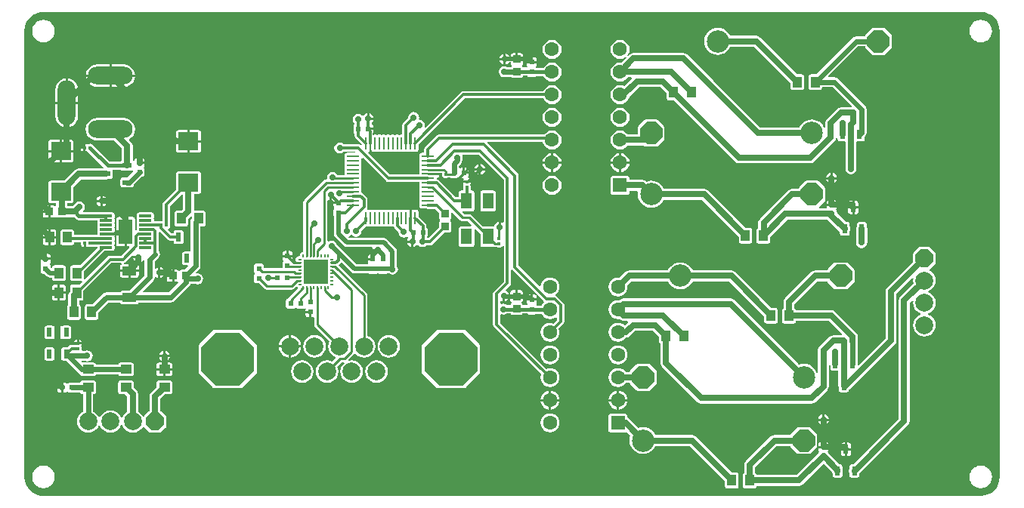
<source format=gtl>
G04 Layer_Physical_Order=1*
G04 Layer_Color=255*
%FSLAX43Y43*%
%MOMM*%
G71*
G01*
G75*
%ADD10R,0.600X0.600*%
%ADD11R,0.600X0.600*%
%ADD12R,0.600X1.000*%
%ADD13R,1.000X1.250*%
%ADD14R,0.850X0.850*%
%ADD15R,0.300X0.300*%
%ADD16R,1.200X1.800*%
%ADD17R,0.300X0.300*%
%ADD18R,0.250X1.400*%
%ADD19R,1.400X0.250*%
%ADD20R,2.300X2.000*%
%ADD21R,1.000X0.600*%
%ADD22R,0.850X0.850*%
%ADD23R,1.400X0.300*%
%ADD24R,1.600X2.800*%
%ADD25R,1.600X1.000*%
%ADD26R,1.250X1.000*%
%ADD27O,0.200X0.400*%
%ADD28O,0.400X0.200*%
%ADD29R,2.800X2.800*%
%ADD30C,0.700*%
%ADD31C,0.250*%
%ADD32C,0.500*%
%ADD33C,0.600*%
%ADD34C,0.300*%
%ADD35C,0.400*%
%ADD36P,2.706X8X202.5*%
%ADD37C,2.500*%
%ADD38C,1.600*%
%ADD39R,1.600X1.600*%
%ADD40C,2.000*%
%ADD41P,2.165X8X292.5*%
%ADD42O,5.000X2.000*%
%ADD43O,2.000X5.000*%
%ADD44P,2.165X8X202.5*%
%ADD45P,6.494X8X112.5*%
%ADD46C,0.700*%
%ADD47C,0.500*%
G36*
X107500Y54632D02*
Y54632D01*
X107505Y54636D01*
X107917Y54595D01*
X108317Y54473D01*
X108687Y54276D01*
X109010Y54010D01*
X109276Y53687D01*
X109473Y53317D01*
X109595Y52917D01*
X109636Y52505D01*
X109632Y52500D01*
X109632D01*
X109639Y52462D01*
Y2539D01*
X109631Y2500D01*
X109631D01*
X109635Y2496D01*
X109595Y2083D01*
X109473Y1683D01*
X109276Y1313D01*
X109010Y990D01*
X108687Y724D01*
X108317Y527D01*
X107917Y405D01*
X107505Y365D01*
X107500Y369D01*
Y369D01*
X107461Y361D01*
X2623D01*
X2500Y361D01*
X2499Y361D01*
X2375Y369D01*
X2083Y397D01*
X1682Y519D01*
X1313Y716D01*
X989Y982D01*
X723Y1306D01*
X526Y1675D01*
X404Y2076D01*
X364Y2488D01*
X368Y2492D01*
X368D01*
X361Y2526D01*
Y52377D01*
X361Y52500D01*
X361Y52501D01*
X369Y52625D01*
X397Y52917D01*
X519Y53318D01*
X716Y53687D01*
X982Y54011D01*
X1306Y54277D01*
X1675Y54474D01*
X2076Y54596D01*
X2488Y54636D01*
X2492Y54632D01*
Y54632D01*
X2526Y54639D01*
X107462D01*
X107500Y54632D01*
D02*
G37*
%LPC*%
G36*
X30232Y18388D02*
Y17267D01*
X31353D01*
X31327Y17467D01*
X31200Y17772D01*
X30999Y18034D01*
X30737Y18235D01*
X30432Y18362D01*
X30232Y18388D01*
D02*
G37*
G36*
X6223Y17909D02*
X6200D01*
X6101Y17889D01*
X6017Y17833D01*
X5961Y17749D01*
X5941Y17650D01*
Y17627D01*
X6223D01*
Y17909D01*
D02*
G37*
G36*
X16177Y16641D02*
Y16177D01*
X16641D01*
X16619Y16286D01*
X16485Y16485D01*
X16286Y16619D01*
X16177Y16641D01*
D02*
G37*
G36*
X29978Y18388D02*
X29778Y18362D01*
X29473Y18235D01*
X29211Y18034D01*
X29010Y17772D01*
X28883Y17467D01*
X28857Y17267D01*
X29978D01*
Y18388D01*
D02*
G37*
G36*
X6500Y17909D02*
X6477D01*
Y17627D01*
X6759D01*
Y17650D01*
X6739Y17749D01*
X6683Y17833D01*
X6599Y17889D01*
X6500Y17909D01*
D02*
G37*
G36*
X32298Y20873D02*
X31866D01*
Y20700D01*
X31886Y20601D01*
X31942Y20517D01*
X32026Y20461D01*
X32125Y20441D01*
X32298D01*
Y20873D01*
D02*
G37*
G36*
X4098Y23048D02*
X3466D01*
Y22550D01*
X3486Y22451D01*
X3542Y22367D01*
X3626Y22311D01*
X3725Y22291D01*
X4098D01*
Y23048D01*
D02*
G37*
G36*
X5350Y19459D02*
X4750D01*
X4651Y19439D01*
X4575Y19389D01*
X4499Y19439D01*
X4400Y19459D01*
X4227D01*
Y18700D01*
Y17941D01*
X4400D01*
X4499Y17961D01*
X4575Y18011D01*
X4651Y17961D01*
X4750Y17941D01*
X5350D01*
X5449Y17961D01*
X5533Y18017D01*
X5589Y18101D01*
X5609Y18200D01*
Y19200D01*
X5589Y19299D01*
X5533Y19383D01*
X5449Y19439D01*
X5350Y19459D01*
D02*
G37*
G36*
X3973D02*
X3800D01*
X3701Y19439D01*
X3625Y19389D01*
X3549Y19439D01*
X3450Y19459D01*
X2850D01*
X2751Y19439D01*
X2667Y19383D01*
X2611Y19299D01*
X2591Y19200D01*
Y18200D01*
X2611Y18101D01*
X2667Y18017D01*
X2751Y17961D01*
X2850Y17941D01*
X3450D01*
X3549Y17961D01*
X3625Y18011D01*
X3701Y17961D01*
X3800Y17941D01*
X3973D01*
Y18700D01*
Y19459D01*
D02*
G37*
G36*
X16641Y15923D02*
X16177D01*
Y15459D01*
X16286Y15481D01*
X16485Y15615D01*
X16619Y15814D01*
X16641Y15923D01*
D02*
G37*
G36*
X3450Y17059D02*
X2850D01*
X2751Y17039D01*
X2667Y16983D01*
X2611Y16899D01*
X2591Y16800D01*
Y15800D01*
X2611Y15701D01*
X2667Y15617D01*
X2751Y15561D01*
X2850Y15541D01*
X3450D01*
X3549Y15561D01*
X3633Y15617D01*
X3689Y15701D01*
X3709Y15800D01*
Y16800D01*
X3689Y16899D01*
X3633Y16983D01*
X3549Y17039D01*
X3450Y17059D01*
D02*
G37*
G36*
X6759Y17373D02*
X6350D01*
X5941D01*
Y17350D01*
X5910Y17312D01*
X5650D01*
X5492Y17281D01*
X5359Y17191D01*
X5226Y17059D01*
X4750D01*
X4651Y17039D01*
X4567Y16983D01*
X4511Y16899D01*
X4491Y16800D01*
Y16330D01*
X4485Y16300D01*
X4491Y16270D01*
Y15800D01*
X4511Y15701D01*
X4567Y15617D01*
X4651Y15561D01*
X4750Y15541D01*
X5010D01*
X6401Y14151D01*
X6401Y14151D01*
X6584Y14028D01*
X6622Y14021D01*
X6636Y13951D01*
X6692Y13867D01*
X6776Y13811D01*
X6875Y13791D01*
X8125D01*
X8224Y13811D01*
X8308Y13867D01*
X8364Y13951D01*
X8371Y13985D01*
X10879D01*
X10886Y13951D01*
X10942Y13867D01*
X11026Y13811D01*
X11125Y13791D01*
X12375D01*
X12474Y13811D01*
X12558Y13867D01*
X12614Y13951D01*
X12634Y14050D01*
Y15050D01*
X12614Y15149D01*
X12558Y15233D01*
X12474Y15289D01*
X12375Y15309D01*
X11125D01*
X11026Y15289D01*
X10942Y15233D01*
X10886Y15149D01*
X10879Y15115D01*
X8371D01*
X8364Y15149D01*
X8308Y15233D01*
X8224Y15289D01*
X8125Y15309D01*
X6875D01*
X6846Y15303D01*
X6756Y15393D01*
X6805Y15510D01*
X7158D01*
X7164Y15506D01*
X7400Y15459D01*
X7636Y15506D01*
X7835Y15640D01*
X7969Y15839D01*
X8016Y16075D01*
X7969Y16311D01*
X7835Y16510D01*
X7636Y16644D01*
X7400Y16691D01*
X7164Y16644D01*
X7158Y16640D01*
X6867D01*
X6759Y16750D01*
Y16885D01*
X6762Y16900D01*
X6759Y16915D01*
Y17050D01*
X6739Y17149D01*
X6705Y17200D01*
X6739Y17251D01*
X6759Y17350D01*
Y17373D01*
D02*
G37*
G36*
X15923Y15923D02*
X15459D01*
X15481Y15814D01*
X15615Y15615D01*
X15814Y15481D01*
X15923Y15459D01*
Y15923D01*
D02*
G37*
G36*
X32875Y18405D02*
X32548Y18362D01*
X32243Y18235D01*
X31981Y18034D01*
X31780Y17772D01*
X31653Y17467D01*
X31610Y17140D01*
X31653Y16813D01*
X31780Y16508D01*
X31981Y16246D01*
X32243Y16045D01*
X32548Y15918D01*
X32875Y15875D01*
X33202Y15918D01*
X33507Y16045D01*
X33769Y16246D01*
X33970Y16508D01*
X34097Y16813D01*
X34140Y17140D01*
X34097Y17467D01*
X33970Y17772D01*
X33769Y18034D01*
X33507Y18235D01*
X33202Y18362D01*
X32875Y18405D01*
D02*
G37*
G36*
X31353Y17013D02*
X30232D01*
Y15892D01*
X30432Y15918D01*
X30737Y16045D01*
X30999Y16246D01*
X31200Y16508D01*
X31327Y16813D01*
X31353Y17013D01*
D02*
G37*
G36*
X15923Y16641D02*
X15814Y16619D01*
X15615Y16485D01*
X15481Y16286D01*
X15459Y16177D01*
X15923D01*
Y16641D01*
D02*
G37*
G36*
X41185Y18405D02*
X40858Y18362D01*
X40553Y18235D01*
X40291Y18034D01*
X40090Y17772D01*
X39963Y17467D01*
X39920Y17140D01*
X39963Y16813D01*
X40090Y16508D01*
X40291Y16246D01*
X40553Y16045D01*
X40858Y15918D01*
X41185Y15875D01*
X41512Y15918D01*
X41817Y16045D01*
X42079Y16246D01*
X42280Y16508D01*
X42407Y16813D01*
X42450Y17140D01*
X42407Y17467D01*
X42280Y17772D01*
X42079Y18034D01*
X41817Y18235D01*
X41512Y18362D01*
X41185Y18405D01*
D02*
G37*
G36*
X29978Y17013D02*
X28857D01*
X28883Y16813D01*
X29010Y16508D01*
X29211Y16246D01*
X29473Y16045D01*
X29778Y15918D01*
X29978Y15892D01*
Y17013D01*
D02*
G37*
G36*
X4984Y23048D02*
X4352D01*
Y22291D01*
X4725D01*
X4824Y22311D01*
X4908Y22367D01*
X4964Y22451D01*
X4984Y22550D01*
Y23048D01*
D02*
G37*
G36*
X29698Y27834D02*
X29525D01*
X29426Y27814D01*
X29342Y27758D01*
X29286Y27674D01*
X29266Y27575D01*
Y27402D01*
X29698D01*
Y27834D01*
D02*
G37*
G36*
X30125D02*
X29952D01*
Y27402D01*
X30384D01*
Y27575D01*
X30364Y27674D01*
X30308Y27758D01*
X30224Y27814D01*
X30125Y27834D01*
D02*
G37*
G36*
X2598Y27509D02*
X2425D01*
X2326Y27489D01*
X2242Y27433D01*
X2186Y27349D01*
X2166Y27250D01*
Y27077D01*
X2598D01*
Y27509D01*
D02*
G37*
G36*
X3025D02*
X2852D01*
Y27077D01*
X3284D01*
Y27250D01*
X3264Y27349D01*
X3208Y27433D01*
X3124Y27489D01*
X3025Y27509D01*
D02*
G37*
G36*
X94475Y31084D02*
X93875D01*
X93776Y31064D01*
X93692Y31008D01*
X93636Y30924D01*
X93616Y30825D01*
Y30576D01*
X93606Y30561D01*
X93559Y30325D01*
Y28901D01*
X93534Y28775D01*
X93581Y28539D01*
X93715Y28340D01*
X93914Y28206D01*
X94150Y28159D01*
X94386Y28206D01*
X94585Y28340D01*
X94610Y28365D01*
X94744Y28564D01*
X94791Y28800D01*
Y30325D01*
X94744Y30561D01*
X94734Y30576D01*
Y30825D01*
X94714Y30924D01*
X94658Y31008D01*
X94574Y31064D01*
X94475Y31084D01*
D02*
G37*
G36*
X3048Y29248D02*
X2416D01*
Y28750D01*
X2436Y28651D01*
X2492Y28567D01*
X2576Y28511D01*
X2675Y28491D01*
X3048D01*
Y29248D01*
D02*
G37*
G36*
X3934D02*
X3302D01*
Y28491D01*
X3675D01*
X3774Y28511D01*
X3858Y28567D01*
X3914Y28651D01*
X3934Y28750D01*
Y29248D01*
D02*
G37*
G36*
X43698Y28748D02*
X43234D01*
X43256Y28639D01*
X43390Y28440D01*
X43589Y28306D01*
X43698Y28284D01*
Y28748D01*
D02*
G37*
G36*
X11573Y29873D02*
X10641D01*
Y28600D01*
X10661Y28501D01*
X10717Y28417D01*
X10801Y28361D01*
X10900Y28341D01*
X11573D01*
Y29873D01*
D02*
G37*
G36*
X101700Y28284D02*
X100700D01*
X100601Y28264D01*
X100517Y28208D01*
X100017Y27708D01*
X99961Y27624D01*
X99941Y27525D01*
Y26637D01*
X97015Y23710D01*
X96881Y23511D01*
X96834Y23275D01*
Y18076D01*
X93801Y15043D01*
X93684Y15092D01*
Y15120D01*
X93690Y15150D01*
Y17467D01*
X93702Y17485D01*
X93749Y17721D01*
Y18221D01*
X93702Y18457D01*
X93568Y18657D01*
X91215Y21010D01*
X91015Y21144D01*
X90779Y21191D01*
X86784D01*
Y21200D01*
X86764Y21299D01*
X86708Y21383D01*
X86641Y21428D01*
Y21870D01*
X89205Y24434D01*
X90341D01*
Y24425D01*
X90361Y24326D01*
X90417Y24242D01*
X91042Y23617D01*
X91126Y23561D01*
X91225Y23541D01*
X92475D01*
X92574Y23561D01*
X92658Y23617D01*
X93283Y24242D01*
X93339Y24326D01*
X93359Y24425D01*
Y25675D01*
X93339Y25774D01*
X93283Y25858D01*
X92658Y26483D01*
X92574Y26539D01*
X92475Y26559D01*
X91225D01*
X91126Y26539D01*
X91042Y26483D01*
X90417Y25858D01*
X90361Y25774D01*
X90341Y25675D01*
Y25666D01*
X88950D01*
X88714Y25619D01*
X88515Y25485D01*
X85590Y22560D01*
X85456Y22361D01*
X85409Y22125D01*
Y21428D01*
X85342Y21383D01*
X85286Y21299D01*
X85266Y21200D01*
Y19950D01*
X85286Y19851D01*
X85342Y19767D01*
X85426Y19711D01*
X85525Y19691D01*
X86525D01*
X86624Y19711D01*
X86708Y19767D01*
X86764Y19851D01*
X86784Y19950D01*
Y19959D01*
X90524D01*
X91975Y18508D01*
X91926Y18391D01*
X90975D01*
X90739Y18344D01*
X90540Y18210D01*
X89440Y17110D01*
X89306Y16911D01*
X89259Y16675D01*
Y14154D01*
X89132Y14135D01*
X89096Y14253D01*
X88957Y14515D01*
X88769Y14744D01*
X88540Y14932D01*
X88278Y15071D01*
X87995Y15157D01*
X87700Y15186D01*
X87405Y15157D01*
X87162Y15084D01*
X79910Y22335D01*
X79711Y22469D01*
X79475Y22516D01*
X67505D01*
X67269Y22469D01*
X67070Y22335D01*
X67030Y22296D01*
X66860Y22318D01*
X66585Y22282D01*
X66328Y22176D01*
X66108Y22007D01*
X65939Y21787D01*
X65833Y21530D01*
X65797Y21255D01*
X65833Y20980D01*
X65939Y20723D01*
X66108Y20503D01*
X66328Y20334D01*
X66585Y20228D01*
X66860Y20192D01*
X67030Y20214D01*
X67055Y20190D01*
X67254Y20056D01*
X67490Y20009D01*
X67915D01*
X67940Y19987D01*
X68002Y19882D01*
X67994Y19840D01*
X67620Y19466D01*
X67612Y19467D01*
X67392Y19636D01*
X67135Y19742D01*
X66860Y19778D01*
X66585Y19742D01*
X66328Y19636D01*
X66108Y19467D01*
X65939Y19247D01*
X65833Y18990D01*
X65797Y18715D01*
X65833Y18440D01*
X65939Y18183D01*
X66108Y17963D01*
X66328Y17794D01*
X66585Y17688D01*
X66860Y17652D01*
X67135Y17688D01*
X67392Y17794D01*
X67612Y17963D01*
X67716Y18099D01*
X67740D01*
X67976Y18146D01*
X68175Y18280D01*
X68805Y18909D01*
X70745D01*
X71491Y18163D01*
Y17650D01*
X71511Y17551D01*
X71567Y17467D01*
X71634Y17422D01*
Y15275D01*
X71681Y15039D01*
X71815Y14840D01*
X75765Y10890D01*
X75964Y10756D01*
X76200Y10709D01*
X88525D01*
X88761Y10756D01*
X88960Y10890D01*
X90310Y12240D01*
X90444Y12439D01*
X90491Y12675D01*
Y15094D01*
X90618Y15106D01*
X90656Y14914D01*
X90666Y14899D01*
Y14650D01*
X90686Y14551D01*
X90742Y14467D01*
X90826Y14411D01*
X90925Y14391D01*
X91525D01*
X91563Y14360D01*
Y12770D01*
X91559Y12750D01*
X91606Y12514D01*
X91616Y12499D01*
Y12250D01*
X91636Y12151D01*
X91692Y12067D01*
X91776Y12011D01*
X91875Y11991D01*
X92475D01*
X92574Y12011D01*
X92658Y12067D01*
X92714Y12151D01*
X92734Y12250D01*
Y12261D01*
X92815Y12315D01*
X97885Y17385D01*
X98019Y17585D01*
X98066Y17821D01*
Y23020D01*
X99843Y24797D01*
X99963Y24738D01*
X99935Y24525D01*
X99978Y24198D01*
X99985Y24181D01*
X98490Y22685D01*
X98356Y22486D01*
X98309Y22250D01*
Y9005D01*
X93238Y3934D01*
X93050D01*
X92951Y3914D01*
X92867Y3858D01*
X92811Y3774D01*
X92791Y3675D01*
Y3426D01*
X92781Y3411D01*
X92734Y3175D01*
X92781Y2939D01*
X92791Y2924D01*
Y2675D01*
X92811Y2576D01*
X92867Y2492D01*
X92951Y2436D01*
X93050Y2416D01*
X93650D01*
X93749Y2436D01*
X93833Y2492D01*
X93889Y2576D01*
X93909Y2675D01*
Y2863D01*
X99360Y8315D01*
X99494Y8514D01*
X99541Y8750D01*
Y21995D01*
X99843Y22297D01*
X99963Y22238D01*
X99935Y22025D01*
X99978Y21698D01*
X100105Y21393D01*
X100306Y21131D01*
X100568Y20930D01*
X100775Y20844D01*
Y20706D01*
X100568Y20620D01*
X100306Y20419D01*
X100105Y20157D01*
X99978Y19852D01*
X99935Y19525D01*
X99978Y19198D01*
X100105Y18893D01*
X100306Y18631D01*
X100568Y18430D01*
X100873Y18303D01*
X101200Y18260D01*
X101527Y18303D01*
X101832Y18430D01*
X102094Y18631D01*
X102295Y18893D01*
X102422Y19198D01*
X102465Y19525D01*
X102422Y19852D01*
X102295Y20157D01*
X102094Y20419D01*
X101832Y20620D01*
X101625Y20706D01*
Y20844D01*
X101832Y20930D01*
X102094Y21131D01*
X102295Y21393D01*
X102422Y21698D01*
X102465Y22025D01*
X102422Y22352D01*
X102295Y22657D01*
X102094Y22919D01*
X101832Y23120D01*
X101625Y23206D01*
Y23344D01*
X101832Y23430D01*
X102094Y23631D01*
X102295Y23893D01*
X102422Y24198D01*
X102465Y24525D01*
X102422Y24852D01*
X102295Y25157D01*
X102094Y25419D01*
X101832Y25620D01*
X101763Y25649D01*
X101776Y25781D01*
X101799Y25786D01*
X101883Y25842D01*
X102383Y26342D01*
X102439Y26426D01*
X102459Y26525D01*
Y27525D01*
X102439Y27624D01*
X102383Y27708D01*
X101883Y28208D01*
X101883Y28208D01*
X101799Y28264D01*
X101700Y28284D01*
D02*
G37*
G36*
X3284Y26823D02*
X2725D01*
X2166D01*
Y26650D01*
X2186Y26551D01*
X2242Y26467D01*
Y26333D01*
X2186Y26249D01*
X2166Y26150D01*
Y25550D01*
X2186Y25451D01*
X2242Y25367D01*
X2326Y25311D01*
X2425Y25291D01*
X2557D01*
X2862Y24987D01*
X3028Y24875D01*
X3225Y24836D01*
X3491D01*
Y24725D01*
X3511Y24626D01*
X3567Y24542D01*
X3651Y24486D01*
X3750Y24466D01*
X4750D01*
X4849Y24486D01*
X4933Y24542D01*
X4989Y24626D01*
X5009Y24725D01*
Y25975D01*
X4989Y26074D01*
X4933Y26158D01*
X4849Y26214D01*
X4750Y26234D01*
X3750D01*
X3651Y26214D01*
X3567Y26158D01*
X3511Y26074D01*
X3494Y25988D01*
X3456Y25965D01*
X3380Y25942D01*
X3284Y26024D01*
Y26150D01*
X3264Y26249D01*
X3208Y26333D01*
Y26467D01*
X3264Y26551D01*
X3284Y26650D01*
Y26823D01*
D02*
G37*
G36*
X4098Y24059D02*
X3725D01*
X3626Y24039D01*
X3542Y23983D01*
X3486Y23899D01*
X3466Y23800D01*
Y23302D01*
X4098D01*
Y24059D01*
D02*
G37*
G36*
X4725D02*
X4352D01*
Y23302D01*
X4984D01*
Y23800D01*
X4964Y23899D01*
X4908Y23983D01*
X4824Y24039D01*
X4725Y24059D01*
D02*
G37*
G36*
X73850Y26561D02*
X73555Y26532D01*
X73272Y26446D01*
X73010Y26307D01*
X72781Y26119D01*
X72593Y25890D01*
X72474Y25666D01*
X68115D01*
X67879Y25619D01*
X67680Y25485D01*
X67030Y24836D01*
X66860Y24858D01*
X66585Y24822D01*
X66328Y24716D01*
X66108Y24547D01*
X65939Y24327D01*
X65833Y24070D01*
X65797Y23795D01*
X65833Y23520D01*
X65939Y23263D01*
X66108Y23043D01*
X66328Y22874D01*
X66585Y22768D01*
X66860Y22732D01*
X67135Y22768D01*
X67392Y22874D01*
X67612Y23043D01*
X67781Y23263D01*
X67887Y23520D01*
X67923Y23795D01*
X67901Y23965D01*
X68370Y24434D01*
X72474D01*
X72593Y24210D01*
X72781Y23981D01*
X73010Y23793D01*
X73272Y23654D01*
X73555Y23568D01*
X73850Y23539D01*
X74145Y23568D01*
X74428Y23654D01*
X74690Y23793D01*
X74919Y23981D01*
X75107Y24210D01*
X75226Y24434D01*
X79295D01*
X83266Y20463D01*
Y19950D01*
X83286Y19851D01*
X83342Y19767D01*
X83426Y19711D01*
X83525Y19691D01*
X84525D01*
X84624Y19711D01*
X84708Y19767D01*
X84764Y19851D01*
X84784Y19950D01*
Y21200D01*
X84764Y21299D01*
X84708Y21383D01*
X84624Y21439D01*
X84525Y21459D01*
X84012D01*
X79985Y25485D01*
X79786Y25619D01*
X79550Y25666D01*
X75226D01*
X75107Y25890D01*
X74919Y26119D01*
X74690Y26307D01*
X74428Y26446D01*
X74145Y26532D01*
X73850Y26561D01*
D02*
G37*
G36*
X12925Y26384D02*
X12252D01*
Y25752D01*
X13184D01*
Y26125D01*
X13164Y26224D01*
X13108Y26308D01*
X13024Y26364D01*
X12925Y26384D01*
D02*
G37*
G36*
X13023Y26998D02*
X12559D01*
X12581Y26889D01*
X12715Y26690D01*
X12914Y26556D01*
X13023Y26534D01*
Y26998D01*
D02*
G37*
G36*
X11998Y25498D02*
X11066D01*
Y25125D01*
X11086Y25026D01*
X11142Y24942D01*
X11226Y24886D01*
X11325Y24866D01*
X11998D01*
Y25498D01*
D02*
G37*
G36*
X13184D02*
X12252D01*
Y24866D01*
X12925D01*
X13024Y24886D01*
X13108Y24942D01*
X13164Y25026D01*
X13184Y25125D01*
Y25498D01*
D02*
G37*
G36*
X89748Y8773D02*
X89284D01*
X89306Y8664D01*
X89440Y8465D01*
X89639Y8331D01*
X89748Y8309D01*
Y8773D01*
D02*
G37*
G36*
X90466D02*
X90002D01*
Y8309D01*
X90111Y8331D01*
X90310Y8465D01*
X90444Y8664D01*
X90466Y8773D01*
D02*
G37*
G36*
X90175Y6409D02*
X90002D01*
Y5977D01*
X90434D01*
Y6150D01*
X90414Y6249D01*
X90358Y6333D01*
X90274Y6389D01*
X90175Y6409D01*
D02*
G37*
G36*
X59240Y9618D02*
X58965Y9582D01*
X58708Y9476D01*
X58488Y9307D01*
X58319Y9087D01*
X58213Y8830D01*
X58177Y8555D01*
X58213Y8280D01*
X58319Y8023D01*
X58488Y7803D01*
X58708Y7634D01*
X58965Y7528D01*
X59240Y7492D01*
X59515Y7528D01*
X59772Y7634D01*
X59992Y7803D01*
X60161Y8023D01*
X60267Y8280D01*
X60303Y8555D01*
X60267Y8830D01*
X60161Y9087D01*
X59992Y9307D01*
X59772Y9476D01*
X59515Y9582D01*
X59240Y9618D01*
D02*
G37*
G36*
X89748Y9491D02*
X89639Y9469D01*
X89440Y9335D01*
X89306Y9136D01*
X89284Y9027D01*
X89748D01*
Y9491D01*
D02*
G37*
G36*
X59113Y10968D02*
X58194D01*
X58213Y10820D01*
X58319Y10563D01*
X58488Y10343D01*
X58708Y10174D01*
X58965Y10068D01*
X59113Y10049D01*
Y10968D01*
D02*
G37*
G36*
X66733D02*
X65814D01*
X65833Y10820D01*
X65939Y10563D01*
X66108Y10343D01*
X66328Y10174D01*
X66585Y10068D01*
X66733Y10049D01*
Y10968D01*
D02*
G37*
G36*
X90002Y9491D02*
Y9027D01*
X90466D01*
X90444Y9136D01*
X90310Y9335D01*
X90111Y9469D01*
X90002Y9491D01*
D02*
G37*
G36*
X12375Y13309D02*
X11125D01*
X11026Y13289D01*
X10942Y13233D01*
X10886Y13149D01*
X10866Y13050D01*
Y12050D01*
X10886Y11951D01*
X10942Y11867D01*
X11026Y11811D01*
X11125Y11791D01*
X11638D01*
X11884Y11545D01*
Y9802D01*
X11868Y9795D01*
X11606Y9594D01*
X11405Y9332D01*
X11319Y9125D01*
X11181D01*
X11095Y9332D01*
X10894Y9594D01*
X10632Y9795D01*
X10327Y9922D01*
X10000Y9965D01*
X9673Y9922D01*
X9368Y9795D01*
X9106Y9594D01*
X8905Y9332D01*
X8819Y9125D01*
X8681D01*
X8595Y9332D01*
X8394Y9594D01*
X8132Y9795D01*
X8065Y9823D01*
Y11791D01*
X8125D01*
X8224Y11811D01*
X8308Y11867D01*
X8364Y11951D01*
X8384Y12050D01*
Y13050D01*
X8364Y13149D01*
X8308Y13233D01*
X8224Y13289D01*
X8125Y13309D01*
X6875D01*
X6776Y13289D01*
X6692Y13233D01*
X6636Y13149D01*
X6624Y13090D01*
X5700D01*
X5670Y13084D01*
X5400D01*
X5301Y13064D01*
X5217Y13008D01*
X5083D01*
X4999Y13064D01*
X4900Y13084D01*
X4727D01*
Y12525D01*
Y11966D01*
X4900D01*
X4999Y11986D01*
X5083Y12042D01*
X5217D01*
X5301Y11986D01*
X5400Y11966D01*
X5670D01*
X5700Y11960D01*
X6634D01*
X6636Y11951D01*
X6692Y11867D01*
X6776Y11811D01*
X6875Y11791D01*
X6935D01*
Y9823D01*
X6868Y9795D01*
X6606Y9594D01*
X6405Y9332D01*
X6278Y9027D01*
X6235Y8700D01*
X6278Y8373D01*
X6405Y8068D01*
X6606Y7806D01*
X6868Y7605D01*
X7173Y7478D01*
X7500Y7435D01*
X7827Y7478D01*
X8132Y7605D01*
X8394Y7806D01*
X8595Y8068D01*
X8681Y8275D01*
X8819D01*
X8905Y8068D01*
X9106Y7806D01*
X9368Y7605D01*
X9673Y7478D01*
X10000Y7435D01*
X10327Y7478D01*
X10632Y7605D01*
X10894Y7806D01*
X11095Y8068D01*
X11181Y8275D01*
X11319D01*
X11405Y8068D01*
X11606Y7806D01*
X11868Y7605D01*
X12173Y7478D01*
X12500Y7435D01*
X12827Y7478D01*
X13132Y7605D01*
X13394Y7806D01*
X13595Y8068D01*
X13624Y8137D01*
X13756Y8124D01*
X13761Y8101D01*
X13817Y8017D01*
X14317Y7517D01*
X14401Y7461D01*
X14500Y7441D01*
X15500D01*
X15599Y7461D01*
X15683Y7517D01*
X16183Y8017D01*
X16183Y8017D01*
X16239Y8101D01*
X16259Y8200D01*
Y9200D01*
X16239Y9299D01*
X16183Y9383D01*
X15683Y9883D01*
X15616Y9928D01*
Y11245D01*
X16162Y11791D01*
X16675D01*
X16774Y11811D01*
X16858Y11867D01*
X16914Y11951D01*
X16934Y12050D01*
Y13050D01*
X16914Y13149D01*
X16858Y13233D01*
X16774Y13289D01*
X16675Y13309D01*
X15425D01*
X15326Y13289D01*
X15242Y13233D01*
X15186Y13149D01*
X15166Y13050D01*
Y12537D01*
X14565Y11935D01*
X14431Y11736D01*
X14384Y11500D01*
Y9928D01*
X14317Y9883D01*
X13817Y9383D01*
X13817Y9383D01*
X13761Y9299D01*
X13756Y9276D01*
X13624Y9263D01*
X13595Y9332D01*
X13394Y9594D01*
X13132Y9795D01*
X13116Y9802D01*
Y11800D01*
X13069Y12036D01*
X12935Y12235D01*
X12634Y12537D01*
Y13050D01*
X12614Y13149D01*
X12558Y13233D01*
X12474Y13289D01*
X12375Y13309D01*
D02*
G37*
G36*
X107500Y3768D02*
X107483Y3764D01*
X107466Y3765D01*
X107205Y3731D01*
X107173Y3720D01*
X107140Y3714D01*
X106897Y3613D01*
X106868Y3594D01*
X106838Y3579D01*
X106629Y3419D01*
X106607Y3393D01*
X106581Y3371D01*
X106421Y3162D01*
X106406Y3132D01*
X106387Y3103D01*
X106286Y2860D01*
X106280Y2827D01*
X106269Y2795D01*
X106235Y2534D01*
X106237Y2500D01*
X106235Y2466D01*
X106269Y2205D01*
X106280Y2173D01*
X106286Y2140D01*
X106387Y1897D01*
X106406Y1868D01*
X106421Y1838D01*
X106581Y1629D01*
X106607Y1607D01*
X106629Y1581D01*
X106838Y1421D01*
X106868Y1406D01*
X106897Y1387D01*
X107140Y1286D01*
X107173Y1280D01*
X107205Y1269D01*
X107466Y1235D01*
X107483Y1236D01*
X107500Y1232D01*
X107517Y1236D01*
X107534Y1235D01*
X107795Y1269D01*
X107827Y1280D01*
X107860Y1286D01*
X108103Y1387D01*
X108132Y1406D01*
X108162Y1421D01*
X108371Y1581D01*
X108393Y1607D01*
X108419Y1629D01*
X108579Y1838D01*
X108594Y1868D01*
X108613Y1897D01*
X108714Y2140D01*
X108720Y2173D01*
X108731Y2205D01*
X108765Y2466D01*
X108763Y2500D01*
X108765Y2534D01*
X108731Y2795D01*
X108720Y2827D01*
X108714Y2860D01*
X108613Y3103D01*
X108594Y3132D01*
X108579Y3162D01*
X108419Y3371D01*
X108393Y3393D01*
X108371Y3419D01*
X108162Y3579D01*
X108132Y3594D01*
X108103Y3613D01*
X107860Y3714D01*
X107827Y3720D01*
X107795Y3731D01*
X107534Y3765D01*
X107517Y3764D01*
X107500Y3768D01*
D02*
G37*
G36*
X92273Y5448D02*
X91841D01*
Y5075D01*
X91861Y4976D01*
X91917Y4892D01*
X92001Y4836D01*
X92100Y4816D01*
X92273D01*
Y5448D01*
D02*
G37*
G36*
X67660Y9614D02*
X66060D01*
X65961Y9594D01*
X65877Y9538D01*
X65821Y9454D01*
X65801Y9355D01*
Y7755D01*
X65821Y7656D01*
X65877Y7572D01*
X65961Y7516D01*
X66060Y7496D01*
X67660D01*
X67759Y7516D01*
X67822Y7557D01*
X68266Y7113D01*
X68193Y6870D01*
X68164Y6575D01*
X68193Y6280D01*
X68279Y5997D01*
X68418Y5735D01*
X68606Y5506D01*
X68835Y5318D01*
X69097Y5179D01*
X69380Y5093D01*
X69675Y5064D01*
X69970Y5093D01*
X70253Y5179D01*
X70515Y5318D01*
X70744Y5506D01*
X70932Y5735D01*
X71051Y5959D01*
X74895D01*
X78866Y1988D01*
Y1475D01*
X78886Y1376D01*
X78942Y1292D01*
X79026Y1236D01*
X79125Y1216D01*
X80125D01*
X80224Y1236D01*
X80308Y1292D01*
X80364Y1376D01*
X80384Y1475D01*
Y2725D01*
X80364Y2824D01*
X80308Y2908D01*
X80224Y2964D01*
X80125Y2984D01*
X79612D01*
X75585Y7010D01*
X75386Y7144D01*
X75150Y7191D01*
X71051D01*
X70932Y7415D01*
X70744Y7644D01*
X70515Y7832D01*
X70253Y7971D01*
X69970Y8057D01*
X69675Y8086D01*
X69380Y8057D01*
X69137Y7984D01*
X68130Y8990D01*
X67931Y9124D01*
X67919Y9126D01*
Y9355D01*
X67899Y9454D01*
X67843Y9538D01*
X67759Y9594D01*
X67660Y9614D01*
D02*
G37*
G36*
X2500Y3768D02*
X2483Y3764D01*
X2466Y3765D01*
X2205Y3731D01*
X2173Y3720D01*
X2140Y3714D01*
X1897Y3613D01*
X1868Y3594D01*
X1838Y3579D01*
X1629Y3419D01*
X1607Y3393D01*
X1581Y3371D01*
X1421Y3162D01*
X1406Y3132D01*
X1387Y3103D01*
X1286Y2860D01*
X1280Y2827D01*
X1269Y2795D01*
X1235Y2534D01*
X1237Y2500D01*
X1235Y2466D01*
X1269Y2205D01*
X1280Y2173D01*
X1286Y2140D01*
X1387Y1897D01*
X1406Y1868D01*
X1421Y1838D01*
X1581Y1629D01*
X1607Y1607D01*
X1629Y1581D01*
X1838Y1421D01*
X1868Y1406D01*
X1897Y1387D01*
X2140Y1286D01*
X2173Y1280D01*
X2205Y1269D01*
X2466Y1235D01*
X2483Y1236D01*
X2500Y1232D01*
X2517Y1236D01*
X2534Y1235D01*
X2795Y1269D01*
X2827Y1280D01*
X2860Y1286D01*
X3103Y1387D01*
X3132Y1406D01*
X3162Y1421D01*
X3371Y1581D01*
X3393Y1607D01*
X3419Y1629D01*
X3579Y1838D01*
X3594Y1868D01*
X3613Y1897D01*
X3714Y2140D01*
X3720Y2173D01*
X3731Y2205D01*
X3765Y2466D01*
X3763Y2500D01*
X3765Y2534D01*
X3731Y2795D01*
X3720Y2827D01*
X3714Y2860D01*
X3613Y3103D01*
X3594Y3132D01*
X3579Y3162D01*
X3419Y3371D01*
X3393Y3393D01*
X3371Y3419D01*
X3162Y3579D01*
X3132Y3594D01*
X3103Y3613D01*
X2860Y3714D01*
X2827Y3720D01*
X2795Y3731D01*
X2534Y3765D01*
X2517Y3764D01*
X2500Y3768D01*
D02*
G37*
G36*
X92959Y5448D02*
X92527D01*
Y4816D01*
X92700D01*
X92799Y4836D01*
X92883Y4892D01*
X92939Y4976D01*
X92959Y5075D01*
Y5448D01*
D02*
G37*
G36*
X92700Y6334D02*
X92527D01*
Y5702D01*
X92959D01*
Y6075D01*
X92939Y6174D01*
X92883Y6258D01*
X92799Y6314D01*
X92700Y6334D01*
D02*
G37*
G36*
X89748Y6409D02*
X89575D01*
X89476Y6389D01*
X89392Y6333D01*
X89336Y6249D01*
X89316Y6150D01*
Y5977D01*
X89748D01*
Y6409D01*
D02*
G37*
G36*
X88300Y8084D02*
X87050D01*
X86951Y8064D01*
X86867Y8008D01*
X86242Y7383D01*
X86186Y7299D01*
X86166Y7200D01*
Y7191D01*
X84375D01*
X84139Y7144D01*
X83940Y7010D01*
X81190Y4260D01*
X81056Y4061D01*
X81009Y3825D01*
Y2953D01*
X80942Y2908D01*
X80886Y2824D01*
X80866Y2725D01*
Y1475D01*
X80886Y1376D01*
X80942Y1292D01*
X81026Y1236D01*
X81125Y1216D01*
X82125D01*
X82224Y1236D01*
X82308Y1292D01*
X82364Y1376D01*
X82384Y1475D01*
Y1484D01*
X87125D01*
X87361Y1531D01*
X87560Y1665D01*
X89875Y3979D01*
X90873Y2981D01*
X90881Y2939D01*
X90891Y2924D01*
Y2675D01*
X90911Y2576D01*
X90967Y2492D01*
X91051Y2436D01*
X91150Y2416D01*
X91750D01*
X91849Y2436D01*
X91933Y2492D01*
X91989Y2576D01*
X92009Y2675D01*
Y2924D01*
X92019Y2939D01*
X92066Y3175D01*
Y3275D01*
X92066Y3275D01*
X92019Y3511D01*
X92009Y3526D01*
Y3675D01*
X91989Y3774D01*
X91933Y3858D01*
X91849Y3914D01*
X91750Y3934D01*
X91662D01*
X90431Y5165D01*
X90414Y5249D01*
X90413Y5251D01*
X90366Y5350D01*
X90413Y5449D01*
X90414Y5451D01*
X90434Y5550D01*
Y5723D01*
X89875D01*
X89316D01*
Y5550D01*
X89336Y5451D01*
X89337Y5449D01*
X89384Y5350D01*
X89337Y5251D01*
X89336Y5249D01*
X89319Y5165D01*
X86870Y2716D01*
X82384D01*
Y2725D01*
X82364Y2824D01*
X82308Y2908D01*
X82241Y2953D01*
Y3570D01*
X84630Y5959D01*
X86166D01*
Y5950D01*
X86186Y5851D01*
X86242Y5767D01*
X86867Y5142D01*
X86951Y5086D01*
X87050Y5066D01*
X88300D01*
X88399Y5086D01*
X88483Y5142D01*
X89108Y5767D01*
X89164Y5851D01*
X89184Y5950D01*
Y7200D01*
X89164Y7299D01*
X89108Y7383D01*
X88483Y8008D01*
X88399Y8064D01*
X88300Y8084D01*
D02*
G37*
G36*
X92273Y6334D02*
X92100D01*
X92001Y6314D01*
X91917Y6258D01*
X91861Y6174D01*
X91841Y6075D01*
Y5702D01*
X92273D01*
Y6334D01*
D02*
G37*
G36*
X60286Y10968D02*
X59367D01*
Y10049D01*
X59515Y10068D01*
X59772Y10174D01*
X59992Y10343D01*
X60161Y10563D01*
X60267Y10820D01*
X60286Y10968D01*
D02*
G37*
G36*
X15923Y14423D02*
X15166D01*
Y14050D01*
X15186Y13951D01*
X15242Y13867D01*
X15326Y13811D01*
X15425Y13791D01*
X15923D01*
Y14423D01*
D02*
G37*
G36*
X16934D02*
X16177D01*
Y13791D01*
X16675D01*
X16774Y13811D01*
X16858Y13867D01*
X16914Y13951D01*
X16934Y14050D01*
Y14423D01*
D02*
G37*
G36*
X31490Y15565D02*
X31163Y15522D01*
X30858Y15395D01*
X30596Y15194D01*
X30395Y14932D01*
X30268Y14627D01*
X30225Y14300D01*
X30268Y13973D01*
X30395Y13668D01*
X30596Y13406D01*
X30858Y13205D01*
X31163Y13078D01*
X31490Y13035D01*
X31817Y13078D01*
X32122Y13205D01*
X32384Y13406D01*
X32585Y13668D01*
X32712Y13973D01*
X32755Y14300D01*
X32712Y14627D01*
X32585Y14932D01*
X32384Y15194D01*
X32122Y15395D01*
X31817Y15522D01*
X31490Y15565D01*
D02*
G37*
G36*
X39800D02*
X39473Y15522D01*
X39168Y15395D01*
X38906Y15194D01*
X38705Y14932D01*
X38578Y14627D01*
X38535Y14300D01*
X38578Y13973D01*
X38705Y13668D01*
X38906Y13406D01*
X39168Y13205D01*
X39473Y13078D01*
X39800Y13035D01*
X40127Y13078D01*
X40432Y13205D01*
X40694Y13406D01*
X40895Y13668D01*
X41022Y13973D01*
X41065Y14300D01*
X41022Y14627D01*
X40895Y14932D01*
X40694Y15194D01*
X40432Y15395D01*
X40127Y15522D01*
X39800Y15565D01*
D02*
G37*
G36*
X70325Y15184D02*
X69075D01*
X68976Y15164D01*
X68892Y15108D01*
X68267Y14483D01*
X68211Y14399D01*
X68191Y14300D01*
Y14251D01*
X67716D01*
X67612Y14387D01*
X67392Y14556D01*
X67135Y14662D01*
X66860Y14698D01*
X66585Y14662D01*
X66328Y14556D01*
X66108Y14387D01*
X65939Y14167D01*
X65833Y13910D01*
X65797Y13635D01*
X65833Y13360D01*
X65939Y13103D01*
X66108Y12883D01*
X66328Y12714D01*
X66585Y12608D01*
X66860Y12572D01*
X67135Y12608D01*
X67392Y12714D01*
X67612Y12883D01*
X67716Y13019D01*
X68197D01*
X68211Y12951D01*
X68267Y12867D01*
X68892Y12242D01*
X68976Y12186D01*
X69075Y12166D01*
X70325D01*
X70424Y12186D01*
X70508Y12242D01*
X71133Y12867D01*
X71189Y12951D01*
X71209Y13050D01*
Y14300D01*
X71189Y14399D01*
X71133Y14483D01*
X70508Y15108D01*
X70424Y15164D01*
X70325Y15184D01*
D02*
G37*
G36*
X59240Y17238D02*
X58965Y17202D01*
X58708Y17096D01*
X58488Y16927D01*
X58319Y16707D01*
X58213Y16450D01*
X58177Y16175D01*
X58213Y15900D01*
X58319Y15643D01*
X58488Y15423D01*
X58708Y15254D01*
X58965Y15148D01*
X59240Y15112D01*
X59515Y15148D01*
X59772Y15254D01*
X59992Y15423D01*
X60161Y15643D01*
X60267Y15900D01*
X60303Y16175D01*
X60267Y16450D01*
X60161Y16707D01*
X59992Y16927D01*
X59772Y17096D01*
X59515Y17202D01*
X59240Y17238D01*
D02*
G37*
G36*
X66860D02*
X66585Y17202D01*
X66328Y17096D01*
X66108Y16927D01*
X65939Y16707D01*
X65833Y16450D01*
X65797Y16175D01*
X65833Y15900D01*
X65939Y15643D01*
X66108Y15423D01*
X66328Y15254D01*
X66585Y15148D01*
X66860Y15112D01*
X67135Y15148D01*
X67392Y15254D01*
X67612Y15423D01*
X67781Y15643D01*
X67887Y15900D01*
X67923Y16175D01*
X67887Y16450D01*
X67781Y16707D01*
X67612Y16927D01*
X67392Y17096D01*
X67135Y17202D01*
X66860Y17238D01*
D02*
G37*
G36*
X15923Y15309D02*
X15425D01*
X15326Y15289D01*
X15242Y15233D01*
X15186Y15149D01*
X15166Y15050D01*
Y14677D01*
X15923D01*
Y15309D01*
D02*
G37*
G36*
X16675D02*
X16177D01*
Y14677D01*
X16934D01*
Y15050D01*
X16914Y15149D01*
X16858Y15233D01*
X16774Y15289D01*
X16675Y15309D01*
D02*
G37*
G36*
X66733Y12141D02*
X66585Y12122D01*
X66328Y12016D01*
X66108Y11847D01*
X65939Y11627D01*
X65833Y11370D01*
X65814Y11222D01*
X66733D01*
Y12141D01*
D02*
G37*
G36*
X59367Y12141D02*
Y11222D01*
X60286D01*
X60267Y11370D01*
X60161Y11627D01*
X59992Y11847D01*
X59772Y12016D01*
X59515Y12122D01*
X59367Y12141D01*
D02*
G37*
G36*
X67906Y10968D02*
X66987D01*
Y10049D01*
X67135Y10068D01*
X67392Y10174D01*
X67612Y10343D01*
X67781Y10563D01*
X67887Y10820D01*
X67906Y10968D01*
D02*
G37*
G36*
X59113Y12141D02*
X58965Y12122D01*
X58708Y12016D01*
X58488Y11847D01*
X58319Y11627D01*
X58213Y11370D01*
X58194Y11222D01*
X59113D01*
Y12141D01*
D02*
G37*
G36*
X66987Y12141D02*
Y11222D01*
X67906D01*
X67887Y11370D01*
X67781Y11627D01*
X67612Y11847D01*
X67392Y12016D01*
X67135Y12122D01*
X66987Y12141D01*
D02*
G37*
G36*
X49645Y18979D02*
X46645D01*
X46546Y18959D01*
X46462Y18903D01*
X44962Y17403D01*
X44906Y17319D01*
X44886Y17220D01*
Y14220D01*
X44906Y14121D01*
X44962Y14037D01*
X46462Y12537D01*
X46546Y12481D01*
X46645Y12461D01*
X49645D01*
X49744Y12481D01*
X49828Y12537D01*
X51328Y14037D01*
X51384Y14121D01*
X51404Y14220D01*
Y17220D01*
X51384Y17319D01*
X51328Y17403D01*
X49828Y18903D01*
X49744Y18959D01*
X49645Y18979D01*
D02*
G37*
G36*
X4473Y13084D02*
X4300D01*
X4201Y13064D01*
X4117Y13008D01*
X4061Y12924D01*
X4041Y12825D01*
Y12652D01*
X4473D01*
Y13084D01*
D02*
G37*
G36*
Y12398D02*
X4041D01*
Y12225D01*
X4061Y12126D01*
X4117Y12042D01*
X4201Y11986D01*
X4300Y11966D01*
X4473D01*
Y12398D01*
D02*
G37*
G36*
X24645Y18979D02*
X21645D01*
X21546Y18959D01*
X21462Y18903D01*
X19962Y17403D01*
X19906Y17319D01*
X19886Y17220D01*
Y14220D01*
X19906Y14121D01*
X19962Y14037D01*
X21462Y12537D01*
X21546Y12481D01*
X21645Y12461D01*
X24645D01*
X24744Y12481D01*
X24828Y12537D01*
X26328Y14037D01*
X26384Y14121D01*
X26404Y14220D01*
Y17220D01*
X26384Y17319D01*
X26328Y17403D01*
X24828Y18903D01*
X24744Y18959D01*
X24645Y18979D01*
D02*
G37*
G36*
X67895Y36264D02*
X66295D01*
X66196Y36244D01*
X66112Y36188D01*
X66056Y36104D01*
X66036Y36005D01*
Y34405D01*
X66056Y34306D01*
X66112Y34222D01*
X66196Y34166D01*
X66295Y34146D01*
X67895D01*
X67994Y34166D01*
X68078Y34222D01*
X68134Y34306D01*
X68154Y34405D01*
Y34589D01*
X69035D01*
X69115Y34462D01*
X69089Y34200D01*
X69118Y33905D01*
X69204Y33622D01*
X69343Y33360D01*
X69531Y33131D01*
X69760Y32943D01*
X70022Y32804D01*
X70305Y32718D01*
X70600Y32689D01*
X70895Y32718D01*
X71178Y32804D01*
X71440Y32943D01*
X71669Y33131D01*
X71857Y33360D01*
X71976Y33584D01*
X76245D01*
X80391Y29438D01*
Y28925D01*
X80411Y28826D01*
X80467Y28742D01*
X80551Y28686D01*
X80650Y28666D01*
X81650D01*
X81749Y28686D01*
X81833Y28742D01*
X81889Y28826D01*
X81909Y28925D01*
Y30175D01*
X81889Y30274D01*
X81833Y30358D01*
X81749Y30414D01*
X81650Y30434D01*
X81137D01*
X76935Y34635D01*
X76736Y34769D01*
X76500Y34816D01*
X71976D01*
X71857Y35040D01*
X71669Y35269D01*
X71440Y35457D01*
X71178Y35596D01*
X70895Y35682D01*
X70600Y35711D01*
X70305Y35682D01*
X70062Y35609D01*
X70030Y35640D01*
X69831Y35774D01*
X69595Y35821D01*
X68154D01*
Y36005D01*
X68134Y36104D01*
X68078Y36188D01*
X67994Y36244D01*
X67895Y36264D01*
D02*
G37*
G36*
X5859Y38923D02*
X4577D01*
Y37791D01*
X5600D01*
X5699Y37811D01*
X5783Y37867D01*
X5839Y37951D01*
X5859Y38050D01*
Y38923D01*
D02*
G37*
G36*
X13550Y38259D02*
X13377D01*
Y37827D01*
X13809D01*
Y38000D01*
X13789Y38099D01*
X13733Y38183D01*
X13649Y38239D01*
X13550Y38259D01*
D02*
G37*
G36*
X78050Y52861D02*
X77755Y52832D01*
X77472Y52746D01*
X77210Y52607D01*
X76981Y52419D01*
X76793Y52190D01*
X76654Y51928D01*
X76568Y51645D01*
X76539Y51350D01*
X76568Y51055D01*
X76654Y50772D01*
X76793Y50510D01*
X76981Y50281D01*
X77210Y50093D01*
X77472Y49954D01*
X77755Y49868D01*
X78050Y49839D01*
X78345Y49868D01*
X78628Y49954D01*
X78890Y50093D01*
X79119Y50281D01*
X79307Y50510D01*
X79426Y50734D01*
X82120D01*
X86191Y46663D01*
Y46150D01*
X86211Y46051D01*
X86267Y45967D01*
X86351Y45911D01*
X86450Y45891D01*
X87450D01*
X87549Y45911D01*
X87633Y45967D01*
X87689Y46051D01*
X87709Y46150D01*
Y47400D01*
X87689Y47499D01*
X87633Y47583D01*
X87549Y47639D01*
X87450Y47659D01*
X86937D01*
X82810Y51785D01*
X82611Y51919D01*
X82375Y51966D01*
X79426D01*
X79307Y52190D01*
X79119Y52419D01*
X78890Y52607D01*
X78628Y52746D01*
X78345Y52832D01*
X78050Y52861D01*
D02*
G37*
G36*
X4323Y38923D02*
X3041D01*
Y38050D01*
X3061Y37951D01*
X3117Y37867D01*
X3201Y37811D01*
X3300Y37791D01*
X4323D01*
Y38923D01*
D02*
G37*
G36*
X59602Y38791D02*
Y37872D01*
X60521D01*
X60502Y38020D01*
X60396Y38277D01*
X60227Y38497D01*
X60007Y38666D01*
X59750Y38772D01*
X59602Y38791D01*
D02*
G37*
G36*
X67222D02*
Y37872D01*
X68141D01*
X68122Y38020D01*
X68016Y38277D01*
X67847Y38497D01*
X67627Y38666D01*
X67370Y38772D01*
X67222Y38791D01*
D02*
G37*
G36*
X59348Y38791D02*
X59200Y38772D01*
X58943Y38666D01*
X58723Y38497D01*
X58554Y38277D01*
X58448Y38020D01*
X58429Y37872D01*
X59348D01*
Y38791D01*
D02*
G37*
G36*
X66968D02*
X66820Y38772D01*
X66563Y38666D01*
X66343Y38497D01*
X66174Y38277D01*
X66068Y38020D01*
X66049Y37872D01*
X66968D01*
Y38791D01*
D02*
G37*
G36*
X9873Y47373D02*
X7252D01*
X7278Y47173D01*
X7405Y46868D01*
X7606Y46606D01*
X7868Y46405D01*
X8173Y46278D01*
X8500Y46235D01*
X9873D01*
Y47373D01*
D02*
G37*
G36*
Y48765D02*
X8500D01*
X8173Y48722D01*
X7868Y48595D01*
X7606Y48394D01*
X7405Y48132D01*
X7278Y47827D01*
X7252Y47627D01*
X9873D01*
Y48765D01*
D02*
G37*
G36*
X59348Y37618D02*
X58429D01*
X58448Y37470D01*
X58554Y37213D01*
X58723Y36993D01*
X58943Y36824D01*
X59200Y36718D01*
X59348Y36699D01*
Y37618D01*
D02*
G37*
G36*
X90927Y36591D02*
Y36127D01*
X91391D01*
X91369Y36236D01*
X91235Y36435D01*
X91036Y36569D01*
X90927Y36591D01*
D02*
G37*
G36*
X11500Y48765D02*
X10127D01*
Y47627D01*
X12748D01*
X12722Y47827D01*
X12595Y48132D01*
X12394Y48394D01*
X12132Y48595D01*
X11827Y48722D01*
X11500Y48765D01*
D02*
G37*
G36*
X68141Y37618D02*
X67222D01*
Y36699D01*
X67370Y36718D01*
X67627Y36824D01*
X67847Y36993D01*
X68016Y37213D01*
X68122Y37470D01*
X68141Y37618D01*
D02*
G37*
G36*
X12748Y47373D02*
X10127D01*
Y46235D01*
X11500D01*
X11827Y46278D01*
X12132Y46405D01*
X12394Y46606D01*
X12595Y46868D01*
X12722Y47173D01*
X12748Y47373D01*
D02*
G37*
G36*
X66968Y37618D02*
X66049D01*
X66068Y37470D01*
X66174Y37213D01*
X66343Y36993D01*
X66563Y36824D01*
X66820Y36718D01*
X66968Y36699D01*
Y37618D01*
D02*
G37*
G36*
X60521D02*
X59602D01*
Y36699D01*
X59750Y36718D01*
X60007Y36824D01*
X60227Y36993D01*
X60396Y37213D01*
X60502Y37470D01*
X60521Y37618D01*
D02*
G37*
G36*
X11500Y42765D02*
X8500D01*
X8173Y42722D01*
X7868Y42595D01*
X7606Y42394D01*
X7405Y42132D01*
X7278Y41827D01*
X7235Y41500D01*
X7278Y41173D01*
X7405Y40868D01*
X7606Y40606D01*
X7868Y40405D01*
X8173Y40278D01*
X8500Y40235D01*
X10394D01*
X11259Y39370D01*
Y37953D01*
X11192Y37908D01*
X11178Y37888D01*
X9892D01*
X8057Y39723D01*
X8033Y39758D01*
X7949Y39814D01*
X7911Y39822D01*
X7902Y39828D01*
X7725Y39863D01*
X7580Y39834D01*
X7550D01*
X7451Y39814D01*
X7400Y39780D01*
X7349Y39814D01*
X7250Y39834D01*
X7227D01*
Y39425D01*
Y39016D01*
X7250D01*
X7349Y39036D01*
X7400Y39070D01*
X7402Y39069D01*
X9253Y37218D01*
X9200Y37091D01*
X6475D01*
X6239Y37044D01*
X6040Y36910D01*
X4838Y35709D01*
X3300D01*
X3201Y35689D01*
X3117Y35633D01*
X3061Y35549D01*
X3041Y35450D01*
Y33450D01*
X3061Y33351D01*
X3117Y33267D01*
X3201Y33211D01*
X3300Y33191D01*
X3934D01*
Y32847D01*
X3923Y32830D01*
X3777D01*
X3758Y32858D01*
X3674Y32914D01*
X3575Y32934D01*
X3277D01*
Y32250D01*
Y31566D01*
X3575D01*
X3674Y31586D01*
X3758Y31642D01*
X3777Y31670D01*
X3923D01*
X3942Y31642D01*
X4026Y31586D01*
X4125Y31566D01*
X4975D01*
X5074Y31586D01*
X5147Y31634D01*
X5936D01*
X6148Y31423D01*
X6148Y31423D01*
X6298Y31322D01*
X6475Y31287D01*
X8541D01*
Y31100D01*
X8561Y31001D01*
X8561Y31000D01*
X8561Y30999D01*
X8541Y30900D01*
Y30600D01*
X8561Y30501D01*
X8561Y30500D01*
X8561Y30499D01*
X8541Y30400D01*
Y30100D01*
X8561Y30001D01*
X8561Y30000D01*
X8561Y29999D01*
X8541Y29900D01*
Y29662D01*
X5934D01*
Y30000D01*
X5914Y30099D01*
X5858Y30183D01*
X5774Y30239D01*
X5675Y30259D01*
X4675D01*
X4576Y30239D01*
X4492Y30183D01*
X4436Y30099D01*
X4416Y30000D01*
Y28750D01*
X4436Y28651D01*
X4492Y28567D01*
X4576Y28511D01*
X4675Y28491D01*
X5675D01*
X5774Y28511D01*
X5858Y28567D01*
X5914Y28651D01*
X5934Y28750D01*
Y28838D01*
X6716D01*
Y28575D01*
X6736Y28476D01*
X6792Y28392D01*
X6876Y28336D01*
X6975Y28316D01*
X6998D01*
Y28725D01*
X7252D01*
Y28316D01*
X7275D01*
X7374Y28336D01*
X7425Y28370D01*
X7476Y28336D01*
X7575Y28316D01*
X7710D01*
X7725Y28313D01*
X7740Y28316D01*
X7875D01*
X7974Y28336D01*
X7978Y28338D01*
X8541D01*
Y28188D01*
X6587Y26234D01*
X5750D01*
X5651Y26214D01*
X5567Y26158D01*
X5511Y26074D01*
X5491Y25975D01*
Y24725D01*
X5511Y24626D01*
X5567Y24542D01*
X5651Y24486D01*
X5750Y24466D01*
X6750D01*
X6755Y24467D01*
X6817Y24350D01*
X6526Y24059D01*
X5725D01*
X5626Y24039D01*
X5542Y23983D01*
X5486Y23899D01*
X5466Y23800D01*
Y23287D01*
X5465Y23285D01*
X5331Y23086D01*
X5284Y22850D01*
Y21853D01*
X5217Y21808D01*
X5161Y21724D01*
X5141Y21625D01*
Y20375D01*
X5161Y20276D01*
X5217Y20192D01*
X5301Y20136D01*
X5400Y20116D01*
X6400D01*
X6499Y20136D01*
X6583Y20192D01*
X6639Y20276D01*
X6659Y20375D01*
Y21625D01*
X6639Y21724D01*
X6583Y21808D01*
X6516Y21853D01*
Y22291D01*
X6725D01*
X6824Y22311D01*
X6908Y22367D01*
X6964Y22451D01*
X6984Y22550D01*
Y23351D01*
X10121Y26488D01*
X11195D01*
X11223Y26371D01*
X11221Y26361D01*
X11142Y26308D01*
X11086Y26224D01*
X11066Y26125D01*
Y25752D01*
X11998D01*
Y26384D01*
X11528D01*
X11515Y26511D01*
X11558Y26519D01*
X11691Y26609D01*
X12454Y27371D01*
X12571Y27309D01*
X12559Y27252D01*
X13150D01*
Y27125D01*
X13277D01*
Y26534D01*
X13386Y26556D01*
X13585Y26690D01*
X13696Y26854D01*
X13823Y26816D01*
Y25121D01*
X12085Y23384D01*
X11325D01*
X11226Y23364D01*
X11142Y23308D01*
X11086Y23224D01*
X11079Y23190D01*
X9525D01*
X9525Y23190D01*
X9309Y23147D01*
X9126Y23024D01*
X9126Y23024D01*
X7985Y21884D01*
X7400D01*
X7301Y21864D01*
X7217Y21808D01*
X7161Y21724D01*
X7141Y21625D01*
Y20375D01*
X7161Y20276D01*
X7217Y20192D01*
X7301Y20136D01*
X7400Y20116D01*
X8400D01*
X8499Y20136D01*
X8583Y20192D01*
X8639Y20276D01*
X8659Y20375D01*
Y20960D01*
X9759Y22060D01*
X11079D01*
X11086Y22026D01*
X11142Y21942D01*
X11226Y21886D01*
X11325Y21866D01*
X12925D01*
X13024Y21886D01*
X13108Y21942D01*
X13164Y22026D01*
X13171Y22060D01*
X16750D01*
X16750Y22060D01*
X16966Y22103D01*
X17149Y22226D01*
X18824Y23901D01*
X18824Y23901D01*
X18947Y24084D01*
X18957Y24135D01*
X19533D01*
X19539Y24131D01*
X19775Y24084D01*
X20011Y24131D01*
X20210Y24265D01*
X20344Y24464D01*
X20391Y24700D01*
X20344Y24936D01*
X20210Y25135D01*
X20011Y25269D01*
X19775Y25316D01*
X19643Y25290D01*
X19580Y25407D01*
X19924Y25751D01*
X19924Y25751D01*
X20047Y25934D01*
X20090Y26150D01*
X20090Y26150D01*
Y29400D01*
Y30591D01*
X20425D01*
X20524Y30611D01*
X20608Y30667D01*
X20664Y30751D01*
X20684Y30850D01*
Y32100D01*
X20664Y32199D01*
X20608Y32283D01*
X20524Y32339D01*
X20425Y32359D01*
X19425D01*
X19366Y32408D01*
Y34266D01*
X19900D01*
X19999Y34286D01*
X20083Y34342D01*
X20139Y34426D01*
X20159Y34525D01*
Y36525D01*
X20139Y36624D01*
X20083Y36708D01*
X19999Y36764D01*
X19900Y36784D01*
X17600D01*
X17501Y36764D01*
X17417Y36708D01*
X17361Y36624D01*
X17341Y36525D01*
Y34699D01*
X15959Y33316D01*
X15869Y33183D01*
X15838Y33025D01*
Y31190D01*
X15800Y31159D01*
X15615D01*
X15600Y31162D01*
X14859D01*
Y31400D01*
X14839Y31499D01*
X14839Y31500D01*
X14839Y31501D01*
X14859Y31600D01*
Y31900D01*
X14839Y31999D01*
X14783Y32083D01*
X14699Y32139D01*
X14600Y32159D01*
X13200D01*
X13101Y32139D01*
X13017Y32083D01*
X12961Y31999D01*
X12941Y31900D01*
Y31600D01*
X12961Y31501D01*
X12961Y31500D01*
X12961Y31499D01*
X12941Y31400D01*
Y31100D01*
X12961Y31001D01*
X12961Y31000D01*
X12961Y30999D01*
X12941Y30900D01*
Y30600D01*
X12961Y30501D01*
X12961Y30500D01*
X12961Y30499D01*
X12941Y30400D01*
Y30191D01*
X12886Y30157D01*
X12759Y30228D01*
Y31400D01*
X12739Y31499D01*
X12683Y31583D01*
X12599Y31639D01*
X12500Y31659D01*
X11827D01*
Y30000D01*
Y28341D01*
X12093D01*
X12141Y28224D01*
X11229Y27312D01*
X9950D01*
X9792Y27281D01*
X9659Y27191D01*
X7125Y24658D01*
X7008Y24720D01*
X7009Y24725D01*
Y25562D01*
X9288Y27841D01*
X10200D01*
X10299Y27861D01*
X10383Y27917D01*
X10439Y28001D01*
X10459Y28100D01*
Y28400D01*
X10439Y28499D01*
X10439Y28500D01*
X10439Y28501D01*
X10459Y28600D01*
Y28900D01*
X10439Y28999D01*
X10439Y29000D01*
X10439Y29001D01*
X10459Y29100D01*
Y29400D01*
X10439Y29499D01*
X10439Y29500D01*
X10439Y29501D01*
X10459Y29600D01*
Y29623D01*
X10324D01*
X10299Y29639D01*
X10200Y29659D01*
X9515D01*
X9500Y29662D01*
Y29841D01*
X10200D01*
X10299Y29861D01*
X10324Y29877D01*
X10459D01*
Y29900D01*
X10439Y29999D01*
X10439Y30000D01*
X10439Y30001D01*
X10459Y30100D01*
Y30400D01*
X10439Y30499D01*
X10439Y30500D01*
X10439Y30501D01*
X10459Y30600D01*
Y30900D01*
X10439Y30999D01*
X10439Y31000D01*
X10439Y31001D01*
X10459Y31100D01*
Y31400D01*
X10439Y31499D01*
X10439Y31500D01*
X10439Y31501D01*
X10459Y31600D01*
Y31900D01*
X10439Y31999D01*
X10383Y32083D01*
X10299Y32139D01*
X10200Y32159D01*
X9705D01*
X9677Y32178D01*
X9500Y32213D01*
X6975D01*
X6926Y32330D01*
X6960Y32365D01*
X7094Y32564D01*
X7141Y32800D01*
X7094Y33036D01*
X6960Y33235D01*
X6761Y33369D01*
X6525Y33416D01*
X6289Y33369D01*
X6090Y33235D01*
X5720Y32866D01*
X5166D01*
Y33191D01*
X5600D01*
X5699Y33211D01*
X5783Y33267D01*
X5839Y33351D01*
X5859Y33450D01*
Y34988D01*
X6730Y35859D01*
X9475D01*
X9711Y35906D01*
X9726Y35916D01*
X9975D01*
X10074Y35936D01*
X10158Y35992D01*
X10214Y36076D01*
X10234Y36175D01*
Y36775D01*
X10222Y36835D01*
X10282Y36938D01*
X10308Y36962D01*
X11178D01*
X11192Y36942D01*
X11276Y36886D01*
X11375Y36866D01*
X11624D01*
X11639Y36856D01*
X11875Y36809D01*
X12111Y36856D01*
X12126Y36866D01*
X12375D01*
X12453Y36882D01*
X12503Y36828D01*
X12528Y36777D01*
X11835Y36084D01*
X11375D01*
X11276Y36064D01*
X11192Y36008D01*
X11136Y35924D01*
X11116Y35825D01*
Y35225D01*
X11136Y35126D01*
X11192Y35042D01*
X11276Y34986D01*
X11375Y34966D01*
X11845D01*
X11875Y34960D01*
X12075D01*
X12075Y34960D01*
X12105Y34966D01*
X12375D01*
X12474Y34986D01*
X12558Y35042D01*
X12614Y35126D01*
X12634Y35225D01*
Y35285D01*
X13490Y36141D01*
X13550D01*
X13649Y36161D01*
X13733Y36217D01*
X13789Y36301D01*
X13809Y36400D01*
Y36670D01*
X13815Y36700D01*
X13809Y36730D01*
Y37000D01*
X13789Y37099D01*
X13788Y37101D01*
X13741Y37200D01*
X13788Y37299D01*
X13789Y37301D01*
X13809Y37400D01*
Y37573D01*
X13250D01*
Y37700D01*
X13123D01*
Y38259D01*
X12950D01*
X12851Y38239D01*
X12767Y38183D01*
X12711Y38099D01*
X12691Y38000D01*
Y37987D01*
X12565Y37936D01*
X12491Y37991D01*
Y39625D01*
X12444Y39861D01*
X12310Y40060D01*
X12096Y40275D01*
X12117Y40382D01*
X12140Y40410D01*
X12394Y40606D01*
X12595Y40868D01*
X12722Y41173D01*
X12765Y41500D01*
X12722Y41827D01*
X12595Y42132D01*
X12394Y42394D01*
X12132Y42595D01*
X11827Y42722D01*
X11500Y42765D01*
D02*
G37*
G36*
X59475Y43888D02*
X59200Y43852D01*
X58943Y43746D01*
X58723Y43577D01*
X58554Y43357D01*
X58448Y43100D01*
X58412Y42825D01*
X58448Y42550D01*
X58554Y42293D01*
X58723Y42073D01*
X58943Y41904D01*
X59200Y41798D01*
X59475Y41762D01*
X59750Y41798D01*
X60007Y41904D01*
X60227Y42073D01*
X60396Y42293D01*
X60502Y42550D01*
X60538Y42825D01*
X60502Y43100D01*
X60396Y43357D01*
X60227Y43577D01*
X60007Y43746D01*
X59750Y43852D01*
X59475Y43888D01*
D02*
G37*
G36*
X67095D02*
X66820Y43852D01*
X66563Y43746D01*
X66343Y43577D01*
X66174Y43357D01*
X66068Y43100D01*
X66032Y42825D01*
X66068Y42550D01*
X66174Y42293D01*
X66343Y42073D01*
X66563Y41904D01*
X66820Y41798D01*
X67095Y41762D01*
X67370Y41798D01*
X67627Y41904D01*
X67847Y42073D01*
X68016Y42293D01*
X68122Y42550D01*
X68158Y42825D01*
X68122Y43100D01*
X68016Y43357D01*
X67847Y43577D01*
X67627Y43746D01*
X67370Y43852D01*
X67095Y43888D01*
D02*
G37*
G36*
X4973Y44323D02*
X3835D01*
Y42950D01*
X3878Y42623D01*
X4005Y42318D01*
X4206Y42056D01*
X4468Y41855D01*
X4773Y41728D01*
X4973Y41702D01*
Y44323D01*
D02*
G37*
G36*
X6365D02*
X5227D01*
Y41702D01*
X5427Y41728D01*
X5732Y41855D01*
X5994Y42056D01*
X6195Y42318D01*
X6322Y42623D01*
X6365Y42950D01*
Y44323D01*
D02*
G37*
G36*
X4973Y47198D02*
X4773Y47172D01*
X4468Y47045D01*
X4206Y46844D01*
X4005Y46582D01*
X3878Y46277D01*
X3835Y45950D01*
Y44577D01*
X4973D01*
Y47198D01*
D02*
G37*
G36*
X5227D02*
Y44577D01*
X6365D01*
Y45950D01*
X6322Y46277D01*
X6195Y46582D01*
X5994Y46844D01*
X5732Y47045D01*
X5427Y47172D01*
X5227Y47198D01*
D02*
G37*
G36*
X39002Y43266D02*
Y42802D01*
X39466D01*
X39444Y42911D01*
X39310Y43110D01*
X39111Y43244D01*
X39002Y43266D01*
D02*
G37*
G36*
X59475Y46428D02*
X59200Y46392D01*
X58943Y46286D01*
X58723Y46117D01*
X58554Y45897D01*
X58505Y45777D01*
X49565D01*
X49407Y45746D01*
X49274Y45656D01*
X45278Y41660D01*
X45226Y41686D01*
X45173Y41735D01*
X45216Y41950D01*
X45169Y42186D01*
X45035Y42385D01*
X44836Y42519D01*
X44661Y42554D01*
X44600Y42566D01*
X44569Y42689D01*
X44591Y42800D01*
X44544Y43036D01*
X44410Y43235D01*
X44211Y43369D01*
X43975Y43416D01*
X43739Y43369D01*
X43540Y43235D01*
X43406Y43036D01*
X43359Y42800D01*
X43365Y42772D01*
X42834Y42241D01*
X42744Y42108D01*
X42713Y41950D01*
Y40884D01*
X42500D01*
X42401Y40864D01*
X42375Y40847D01*
X42349Y40864D01*
X42250Y40884D01*
X42000D01*
X41901Y40864D01*
X41875Y40847D01*
X41849Y40864D01*
X41750Y40884D01*
X41500D01*
X41401Y40864D01*
X41375Y40847D01*
X41349Y40864D01*
X41250Y40884D01*
X41000D01*
X40901Y40864D01*
X40875Y40847D01*
X40849Y40864D01*
X40750Y40884D01*
X40500D01*
X40401Y40864D01*
X40375Y40847D01*
X40349Y40864D01*
X40250Y40884D01*
X40000D01*
X39901Y40864D01*
X39875Y40847D01*
X39849Y40864D01*
X39750Y40884D01*
X39500D01*
X39421Y40868D01*
X39372Y40898D01*
X39353Y41009D01*
X39358Y41042D01*
X39414Y41126D01*
X39434Y41225D01*
Y41398D01*
X38875D01*
Y41652D01*
X39434D01*
Y41825D01*
X39414Y41924D01*
X39358Y42008D01*
X39274Y42064D01*
X39249Y42199D01*
X39310Y42240D01*
X39444Y42439D01*
X39466Y42548D01*
X38875D01*
Y42675D01*
X38748D01*
Y43266D01*
X38639Y43244D01*
X38440Y43110D01*
X38364Y42997D01*
X38211D01*
X38185Y43035D01*
X37986Y43169D01*
X37750Y43216D01*
X37514Y43169D01*
X37315Y43035D01*
X37181Y42836D01*
X37134Y42600D01*
X37181Y42364D01*
X37315Y42165D01*
X37313Y42022D01*
X37292Y42008D01*
X37236Y41924D01*
X37216Y41825D01*
Y41225D01*
X37236Y41126D01*
X37292Y41042D01*
X37363Y40994D01*
Y40775D01*
X37394Y40617D01*
X37484Y40484D01*
X38193Y39775D01*
X38186Y39727D01*
X38051Y39682D01*
X38041Y39691D01*
X37908Y39781D01*
X37750Y39812D01*
X36151D01*
X36135Y39835D01*
X35936Y39969D01*
X35700Y40016D01*
X35464Y39969D01*
X35265Y39835D01*
X35131Y39636D01*
X35084Y39400D01*
X35131Y39164D01*
X35265Y38965D01*
X35464Y38831D01*
X35700Y38784D01*
X35936Y38831D01*
X36135Y38965D01*
X36151Y38988D01*
X37459D01*
X37460Y38986D01*
X37392Y38859D01*
X36475D01*
X36376Y38839D01*
X36292Y38783D01*
X36236Y38699D01*
X36216Y38600D01*
Y38350D01*
X36236Y38251D01*
X36253Y38225D01*
X36236Y38199D01*
X36216Y38100D01*
Y37850D01*
X36236Y37751D01*
X36253Y37725D01*
X36236Y37699D01*
X36216Y37600D01*
Y37350D01*
X36236Y37251D01*
X36253Y37225D01*
X36236Y37199D01*
X36216Y37100D01*
Y36850D01*
X36236Y36751D01*
X36253Y36725D01*
X36236Y36699D01*
X36216Y36600D01*
Y36361D01*
X35452D01*
X35335Y36535D01*
X35136Y36669D01*
X34900Y36716D01*
X34664Y36669D01*
X34465Y36535D01*
X34331Y36336D01*
X34284Y36100D01*
X34306Y35988D01*
X34202Y35861D01*
X34186D01*
X34166Y35865D01*
X34018Y35836D01*
X33893Y35752D01*
X31727Y33586D01*
X31643Y33461D01*
X31614Y33313D01*
Y27772D01*
X31600Y27761D01*
X31462Y27733D01*
X31345Y27655D01*
X31267Y27538D01*
X31239Y27400D01*
Y27261D01*
X31100D01*
X30962Y27233D01*
X30845Y27155D01*
X30767Y27038D01*
X30739Y26900D01*
X30767Y26762D01*
X30808Y26700D01*
X30767Y26638D01*
X30739Y26500D01*
X30728Y26486D01*
X30382D01*
X30364Y26574D01*
X30308Y26658D01*
Y26792D01*
X30364Y26876D01*
X30384Y26975D01*
Y27148D01*
X29266D01*
Y26975D01*
X29286Y26876D01*
X29342Y26792D01*
Y26658D01*
X29286Y26574D01*
X29266Y26475D01*
Y25886D01*
X27209D01*
Y26175D01*
X27189Y26274D01*
X27133Y26358D01*
X27049Y26414D01*
X26950Y26434D01*
X26350D01*
X26251Y26414D01*
X26167Y26358D01*
X26111Y26274D01*
X26091Y26175D01*
Y25575D01*
X26111Y25476D01*
X26167Y25392D01*
Y25258D01*
X26111Y25174D01*
X26091Y25075D01*
Y24475D01*
X26111Y24376D01*
X26167Y24292D01*
X26251Y24236D01*
X26350Y24216D01*
X26662D01*
X27252Y23627D01*
X27377Y23543D01*
X27525Y23514D01*
X30325D01*
X30473Y23543D01*
X30598Y23627D01*
X30819Y23847D01*
X30845Y23845D01*
X30949Y23775D01*
X30972Y23735D01*
X30999Y23645D01*
X29952Y22598D01*
X29887Y22501D01*
X29826Y22489D01*
X29742Y22433D01*
X29686Y22349D01*
X29666Y22250D01*
Y21650D01*
X29686Y21551D01*
X29742Y21467D01*
X29826Y21411D01*
X29925Y21391D01*
X30525D01*
X30624Y21411D01*
X30708Y21467D01*
X30842D01*
X30926Y21411D01*
X31025Y21391D01*
X31625D01*
X31724Y21411D01*
X31775Y21445D01*
X31878Y21361D01*
X31866Y21300D01*
Y21127D01*
X32425D01*
Y21000D01*
X32552D01*
Y20441D01*
X32725D01*
X32814Y20368D01*
Y19585D01*
X32843Y19437D01*
X32927Y19312D01*
X34525Y17713D01*
X34423Y17467D01*
X34380Y17140D01*
X34423Y16813D01*
X34550Y16508D01*
X34751Y16246D01*
X35013Y16045D01*
X35201Y15967D01*
X35230Y15817D01*
X34833Y15420D01*
X34587Y15522D01*
X34260Y15565D01*
X33933Y15522D01*
X33628Y15395D01*
X33366Y15194D01*
X33165Y14932D01*
X33038Y14627D01*
X32995Y14300D01*
X33038Y13973D01*
X33165Y13668D01*
X33366Y13406D01*
X33628Y13205D01*
X33933Y13078D01*
X34260Y13035D01*
X34587Y13078D01*
X34892Y13205D01*
X35154Y13406D01*
X35355Y13668D01*
X35482Y13973D01*
X35525Y14300D01*
X35482Y14627D01*
X35380Y14873D01*
X35881Y15375D01*
X36162D01*
X36205Y15248D01*
X36136Y15194D01*
X35935Y14932D01*
X35808Y14627D01*
X35765Y14300D01*
X35808Y13973D01*
X35935Y13668D01*
X36136Y13406D01*
X36398Y13205D01*
X36703Y13078D01*
X37030Y13035D01*
X37357Y13078D01*
X37662Y13205D01*
X37924Y13406D01*
X38125Y13668D01*
X38252Y13973D01*
X38295Y14300D01*
X38252Y14627D01*
X38125Y14932D01*
X37924Y15194D01*
X37662Y15395D01*
X37357Y15522D01*
X37030Y15565D01*
X36703Y15522D01*
X36631Y15630D01*
X37263Y16262D01*
X37303Y16321D01*
X37456Y16331D01*
X37521Y16246D01*
X37783Y16045D01*
X38088Y15918D01*
X38415Y15875D01*
X38742Y15918D01*
X39047Y16045D01*
X39309Y16246D01*
X39510Y16508D01*
X39637Y16813D01*
X39680Y17140D01*
X39637Y17467D01*
X39510Y17772D01*
X39309Y18034D01*
X39047Y18235D01*
X38801Y18337D01*
Y22860D01*
X38801Y22860D01*
X38772Y23008D01*
X38688Y23133D01*
X38688Y23133D01*
X35565Y26257D01*
X35816Y26509D01*
X35928Y26520D01*
X36987Y25462D01*
X37153Y25350D01*
X37350Y25311D01*
X38963D01*
X39001Y25286D01*
X39100Y25266D01*
X39700D01*
X39799Y25286D01*
X39837Y25311D01*
X40088D01*
X40126Y25286D01*
X40225Y25266D01*
X40825D01*
X40924Y25286D01*
X40962Y25311D01*
X41244D01*
X41364Y25231D01*
X41600Y25184D01*
X41836Y25231D01*
X42035Y25365D01*
X42169Y25564D01*
X42216Y25800D01*
X42169Y26036D01*
X42114Y26118D01*
Y27775D01*
X42075Y27972D01*
X41963Y28138D01*
X40963Y29138D01*
X40797Y29250D01*
X40600Y29289D01*
X36738D01*
X36676Y29364D01*
X36707Y29495D01*
X36885Y29615D01*
X36911Y29654D01*
X37039D01*
X37065Y29615D01*
X37264Y29481D01*
X37500Y29434D01*
X37736Y29481D01*
X37935Y29615D01*
X38069Y29814D01*
X38116Y30050D01*
X38110Y30078D01*
X38599Y30566D01*
X38750D01*
X38849Y30586D01*
X38875Y30603D01*
X38901Y30586D01*
X39000Y30566D01*
X39250D01*
X39349Y30586D01*
X39375Y30603D01*
X39401Y30586D01*
X39500Y30566D01*
X39750D01*
X39849Y30586D01*
X39875Y30603D01*
X39901Y30586D01*
X40000Y30566D01*
X40250D01*
X40349Y30586D01*
X40375Y30603D01*
X40401Y30586D01*
X40500Y30566D01*
X40750D01*
X40849Y30586D01*
X40875Y30603D01*
X40901Y30586D01*
X41000Y30566D01*
X41250D01*
X41349Y30586D01*
X41375Y30603D01*
X41401Y30586D01*
X41500Y30566D01*
X41740D01*
X41744Y30542D01*
X41834Y30409D01*
X42265Y29978D01*
X42259Y29950D01*
X42306Y29714D01*
X42440Y29515D01*
X42639Y29381D01*
X42875Y29334D01*
X43111Y29381D01*
X43253Y29476D01*
X43288Y29492D01*
X43382Y29431D01*
X43385Y29304D01*
X43256Y29111D01*
X43234Y29002D01*
X43825D01*
Y28875D01*
X43952D01*
Y28284D01*
X44061Y28306D01*
X44260Y28440D01*
X44324Y28534D01*
X44476D01*
X44540Y28440D01*
X44739Y28306D01*
X44975Y28259D01*
X45211Y28306D01*
X45410Y28440D01*
X45426Y28463D01*
X45775D01*
X45933Y28494D01*
X46066Y28584D01*
X47399Y29916D01*
X47925D01*
X48024Y29936D01*
X48108Y29992D01*
X48164Y30076D01*
X48184Y30175D01*
Y31025D01*
X48164Y31124D01*
X48108Y31208D01*
X48080Y31227D01*
Y31373D01*
X48108Y31392D01*
X48164Y31476D01*
X48184Y31575D01*
Y32154D01*
X48301Y32202D01*
X49202Y31302D01*
X49327Y31218D01*
X49475Y31189D01*
X49475Y31189D01*
X50015D01*
X50468Y30736D01*
X50415Y30609D01*
X49300D01*
X49201Y30589D01*
X49117Y30533D01*
X49061Y30449D01*
X49041Y30350D01*
Y28550D01*
X49061Y28451D01*
X49117Y28367D01*
X49201Y28311D01*
X49300Y28291D01*
X50500D01*
X50599Y28311D01*
X50683Y28367D01*
X50739Y28451D01*
X50759Y28550D01*
Y30265D01*
X50886Y30318D01*
X51441Y29762D01*
Y28550D01*
X51461Y28451D01*
X51517Y28367D01*
X51601Y28311D01*
X51700Y28291D01*
X52900D01*
X52942Y28299D01*
X52952Y28293D01*
X53100Y28264D01*
X53297D01*
X53301Y28261D01*
X53400Y28241D01*
X53700D01*
X53799Y28261D01*
X53883Y28317D01*
X53939Y28401D01*
X53940Y28405D01*
X54067Y28393D01*
Y24416D01*
X52980Y23329D01*
X52890Y23195D01*
X52859Y23037D01*
Y19604D01*
X52890Y19446D01*
X52980Y19313D01*
X58263Y14030D01*
X58213Y13910D01*
X58177Y13635D01*
X58213Y13360D01*
X58319Y13103D01*
X58488Y12883D01*
X58708Y12714D01*
X58965Y12608D01*
X59240Y12572D01*
X59515Y12608D01*
X59772Y12714D01*
X59992Y12883D01*
X60161Y13103D01*
X60267Y13360D01*
X60303Y13635D01*
X60267Y13910D01*
X60161Y14167D01*
X59992Y14387D01*
X59772Y14556D01*
X59515Y14662D01*
X59240Y14698D01*
X58965Y14662D01*
X58845Y14612D01*
X53683Y19775D01*
Y20665D01*
X53810Y20727D01*
X54025Y20684D01*
X54261Y20731D01*
X54419Y20837D01*
X54834D01*
X54836Y20826D01*
X54892Y20742D01*
X54976Y20686D01*
X55075Y20666D01*
X55925D01*
X56024Y20686D01*
X56108Y20742D01*
X56155Y20812D01*
X56728D01*
X56742Y20792D01*
X56826Y20736D01*
X56925Y20716D01*
X57525D01*
X57624Y20736D01*
X57708Y20792D01*
X57708Y20792D01*
X58291D01*
X58319Y20723D01*
X58488Y20503D01*
X58708Y20334D01*
X58965Y20228D01*
X59240Y20192D01*
X59515Y20228D01*
X59772Y20334D01*
X59905Y20437D01*
X60032Y20374D01*
Y20090D01*
X59635Y19692D01*
X59515Y19742D01*
X59240Y19778D01*
X58965Y19742D01*
X58708Y19636D01*
X58488Y19467D01*
X58319Y19247D01*
X58213Y18990D01*
X58177Y18715D01*
X58213Y18440D01*
X58319Y18183D01*
X58488Y17963D01*
X58708Y17794D01*
X58965Y17688D01*
X59240Y17652D01*
X59515Y17688D01*
X59772Y17794D01*
X59992Y17963D01*
X60161Y18183D01*
X60267Y18440D01*
X60303Y18715D01*
X60267Y18990D01*
X60217Y19110D01*
X60735Y19628D01*
X60825Y19761D01*
X60856Y19919D01*
Y21754D01*
X60825Y21911D01*
X60735Y22045D01*
X60030Y22750D01*
X59917Y22826D01*
X59896Y22916D01*
X59895Y22969D01*
X59992Y23043D01*
X60161Y23263D01*
X60267Y23520D01*
X60303Y23795D01*
X60267Y24070D01*
X60161Y24327D01*
X59992Y24547D01*
X59772Y24716D01*
X59515Y24822D01*
X59240Y24858D01*
X58965Y24822D01*
X58708Y24716D01*
X58488Y24547D01*
X58319Y24327D01*
X58213Y24070D01*
X58191Y23903D01*
X58057Y23858D01*
X55712Y26203D01*
Y36275D01*
X55681Y36433D01*
X55591Y36566D01*
X52212Y39946D01*
X52260Y40063D01*
X58441D01*
X58448Y40010D01*
X58554Y39753D01*
X58723Y39533D01*
X58943Y39364D01*
X59200Y39258D01*
X59475Y39222D01*
X59750Y39258D01*
X60007Y39364D01*
X60227Y39533D01*
X60396Y39753D01*
X60502Y40010D01*
X60538Y40285D01*
X60502Y40560D01*
X60396Y40817D01*
X60227Y41037D01*
X60007Y41206D01*
X59750Y41312D01*
X59475Y41348D01*
X59200Y41312D01*
X58943Y41206D01*
X58723Y41037D01*
X58608Y40887D01*
X46800D01*
X46642Y40856D01*
X46509Y40766D01*
X45284Y39541D01*
X45194Y39408D01*
X45163Y39250D01*
Y38859D01*
X44875D01*
X44776Y38839D01*
X44692Y38783D01*
X44636Y38699D01*
X44616Y38600D01*
Y38350D01*
X44636Y38251D01*
X44653Y38225D01*
X44636Y38199D01*
X44616Y38100D01*
Y37850D01*
X44636Y37751D01*
X44653Y37725D01*
X44636Y37699D01*
X44616Y37600D01*
Y37350D01*
X44636Y37251D01*
X44653Y37225D01*
X44636Y37199D01*
X44616Y37100D01*
Y36850D01*
X44636Y36751D01*
X44653Y36725D01*
X44636Y36699D01*
X44616Y36600D01*
Y36387D01*
X41346D01*
X38864Y38869D01*
X38864Y38874D01*
X38933Y38979D01*
X38998Y38966D01*
Y39170D01*
X39009Y39225D01*
Y39785D01*
X39037Y39925D01*
X39241D01*
Y39225D01*
X39252Y39170D01*
Y38966D01*
X39349Y38986D01*
X39375Y39003D01*
X39401Y38986D01*
X39500Y38966D01*
X39750D01*
X39849Y38986D01*
X39875Y39003D01*
X39901Y38986D01*
X40000Y38966D01*
X40250D01*
X40349Y38986D01*
X40375Y39003D01*
X40401Y38986D01*
X40500Y38966D01*
X40750D01*
X40849Y38986D01*
X40875Y39003D01*
X40901Y38986D01*
X41000Y38966D01*
X41250D01*
X41349Y38986D01*
X41375Y39003D01*
X41401Y38986D01*
X41500Y38966D01*
X41750D01*
X41849Y38986D01*
X41875Y39003D01*
X41901Y38986D01*
X42000Y38966D01*
X42250D01*
X42349Y38986D01*
X42375Y39003D01*
X42401Y38986D01*
X42500Y38966D01*
X42750D01*
X42849Y38986D01*
X42875Y39003D01*
X42901Y38986D01*
X43000Y38966D01*
X43250D01*
X43349Y38986D01*
X43375Y39003D01*
X43401Y38986D01*
X43500Y38966D01*
X43750D01*
X43849Y38986D01*
X43875Y39003D01*
X43901Y38986D01*
X44000Y38966D01*
X44250D01*
X44349Y38986D01*
X44433Y39042D01*
X44489Y39126D01*
X44509Y39225D01*
Y39726D01*
X49736Y44953D01*
X58505D01*
X58554Y44833D01*
X58723Y44613D01*
X58943Y44444D01*
X59200Y44338D01*
X59475Y44302D01*
X59750Y44338D01*
X60007Y44444D01*
X60227Y44613D01*
X60396Y44833D01*
X60502Y45090D01*
X60538Y45365D01*
X60502Y45640D01*
X60396Y45897D01*
X60227Y46117D01*
X60007Y46286D01*
X59750Y46392D01*
X59475Y46428D01*
D02*
G37*
G36*
X71200Y42584D02*
X69950D01*
X69851Y42564D01*
X69767Y42508D01*
X69142Y41883D01*
X69086Y41799D01*
X69066Y41700D01*
Y40901D01*
X67951D01*
X67847Y41037D01*
X67627Y41206D01*
X67370Y41312D01*
X67095Y41348D01*
X66820Y41312D01*
X66563Y41206D01*
X66343Y41037D01*
X66174Y40817D01*
X66068Y40560D01*
X66032Y40285D01*
X66068Y40010D01*
X66174Y39753D01*
X66343Y39533D01*
X66563Y39364D01*
X66820Y39258D01*
X67095Y39222D01*
X67370Y39258D01*
X67627Y39364D01*
X67847Y39533D01*
X67951Y39669D01*
X69740D01*
X69767Y39642D01*
X69851Y39586D01*
X69950Y39566D01*
X71200D01*
X71299Y39586D01*
X71383Y39642D01*
X72008Y40267D01*
X72064Y40351D01*
X72084Y40450D01*
Y41700D01*
X72064Y41799D01*
X72008Y41883D01*
X71383Y42508D01*
X71299Y42564D01*
X71200Y42584D01*
D02*
G37*
G36*
X6973Y39298D02*
X6691D01*
Y39275D01*
X6711Y39176D01*
X6767Y39092D01*
X6851Y39036D01*
X6950Y39016D01*
X6973D01*
Y39298D01*
D02*
G37*
G36*
X4323Y40309D02*
X3300D01*
X3201Y40289D01*
X3117Y40233D01*
X3061Y40149D01*
X3041Y40050D01*
Y39177D01*
X4323D01*
Y40309D01*
D02*
G37*
G36*
X18623Y39998D02*
X17341D01*
Y39125D01*
X17361Y39026D01*
X17417Y38942D01*
X17501Y38886D01*
X17600Y38866D01*
X18623D01*
Y39998D01*
D02*
G37*
G36*
X20159D02*
X18877D01*
Y38866D01*
X19900D01*
X19999Y38886D01*
X20083Y38942D01*
X20139Y39026D01*
X20159Y39125D01*
Y39998D01*
D02*
G37*
G36*
X18623Y41384D02*
X17600D01*
X17501Y41364D01*
X17417Y41308D01*
X17361Y41224D01*
X17341Y41125D01*
Y40252D01*
X18623D01*
Y41384D01*
D02*
G37*
G36*
X19900D02*
X18877D01*
Y40252D01*
X20159D01*
Y41125D01*
X20139Y41224D01*
X20083Y41308D01*
X19999Y41364D01*
X19900Y41384D01*
D02*
G37*
G36*
X5600Y40309D02*
X4577D01*
Y39177D01*
X5859D01*
Y40050D01*
X5839Y40149D01*
X5783Y40233D01*
X5699Y40289D01*
X5600Y40309D01*
D02*
G37*
G36*
X6973Y39834D02*
X6950D01*
X6851Y39814D01*
X6767Y39758D01*
X6711Y39674D01*
X6691Y39575D01*
Y39552D01*
X6973D01*
Y39834D01*
D02*
G37*
G36*
X2500Y53768D02*
X2483Y53764D01*
X2466Y53765D01*
X2205Y53731D01*
X2173Y53720D01*
X2140Y53714D01*
X1897Y53613D01*
X1868Y53594D01*
X1838Y53579D01*
X1629Y53419D01*
X1607Y53393D01*
X1581Y53371D01*
X1421Y53162D01*
X1406Y53132D01*
X1387Y53103D01*
X1286Y52860D01*
X1280Y52827D01*
X1269Y52795D01*
X1235Y52534D01*
X1237Y52500D01*
X1235Y52466D01*
X1269Y52205D01*
X1280Y52173D01*
X1286Y52140D01*
X1387Y51897D01*
X1406Y51868D01*
X1421Y51838D01*
X1581Y51629D01*
X1607Y51607D01*
X1629Y51581D01*
X1838Y51421D01*
X1868Y51406D01*
X1897Y51387D01*
X2140Y51286D01*
X2173Y51280D01*
X2205Y51269D01*
X2466Y51235D01*
X2483Y51236D01*
X2500Y51232D01*
X2517Y51236D01*
X2534Y51235D01*
X2795Y51269D01*
X2827Y51280D01*
X2860Y51286D01*
X3103Y51387D01*
X3132Y51406D01*
X3162Y51421D01*
X3371Y51581D01*
X3393Y51607D01*
X3419Y51629D01*
X3579Y51838D01*
X3594Y51868D01*
X3613Y51897D01*
X3714Y52140D01*
X3720Y52173D01*
X3731Y52205D01*
X3765Y52466D01*
X3763Y52500D01*
X3765Y52534D01*
X3731Y52795D01*
X3720Y52827D01*
X3714Y52860D01*
X3613Y53103D01*
X3594Y53132D01*
X3579Y53162D01*
X3419Y53371D01*
X3393Y53393D01*
X3371Y53419D01*
X3162Y53579D01*
X3132Y53594D01*
X3103Y53613D01*
X2860Y53714D01*
X2827Y53720D01*
X2795Y53731D01*
X2534Y53765D01*
X2517Y53764D01*
X2500Y53768D01*
D02*
G37*
G36*
X96675Y52859D02*
X95425D01*
X95326Y52839D01*
X95242Y52783D01*
X94617Y52158D01*
X94561Y52074D01*
X94541Y51975D01*
Y51915D01*
X93525D01*
X93525Y51915D01*
X93309Y51872D01*
X93126Y51749D01*
X93126Y51749D01*
X89035Y47659D01*
X88450D01*
X88351Y47639D01*
X88267Y47583D01*
X88211Y47499D01*
X88191Y47400D01*
Y46150D01*
X88211Y46051D01*
X88267Y45967D01*
X88351Y45911D01*
X88450Y45891D01*
X89450D01*
X89549Y45911D01*
X89633Y45967D01*
X89689Y46051D01*
X89709Y46150D01*
Y46210D01*
X90899D01*
X93026Y44083D01*
X92978Y43966D01*
X91875D01*
X91639Y43919D01*
X91440Y43785D01*
X90265Y42610D01*
X90131Y42411D01*
X90084Y42175D01*
Y41704D01*
X89957Y41680D01*
X89832Y41915D01*
X89644Y42144D01*
X89415Y42332D01*
X89153Y42471D01*
X88870Y42557D01*
X88575Y42586D01*
X88280Y42557D01*
X87997Y42471D01*
X87735Y42332D01*
X87506Y42144D01*
X87318Y41915D01*
X87199Y41691D01*
X82805D01*
X77585Y46910D01*
X77585Y46910D01*
X74635Y49860D01*
X74436Y49994D01*
X74200Y50041D01*
X68615D01*
X68615Y50041D01*
X68379Y49994D01*
X68180Y49860D01*
X67988Y49669D01*
X67893Y49753D01*
X68016Y49913D01*
X68122Y50170D01*
X68158Y50445D01*
X68122Y50720D01*
X68016Y50977D01*
X67847Y51197D01*
X67627Y51366D01*
X67370Y51472D01*
X67095Y51508D01*
X66820Y51472D01*
X66563Y51366D01*
X66343Y51197D01*
X66174Y50977D01*
X66068Y50720D01*
X66032Y50445D01*
X66068Y50170D01*
X66174Y49913D01*
X66343Y49693D01*
X66563Y49524D01*
X66820Y49418D01*
X67095Y49382D01*
X67370Y49418D01*
X67627Y49524D01*
X67787Y49647D01*
X67871Y49552D01*
X67265Y48946D01*
X67095Y48968D01*
X66820Y48932D01*
X66563Y48826D01*
X66343Y48657D01*
X66174Y48437D01*
X66068Y48180D01*
X66032Y47905D01*
X66068Y47630D01*
X66174Y47373D01*
X66343Y47153D01*
X66563Y46984D01*
X66820Y46878D01*
X67095Y46842D01*
X67370Y46878D01*
X67627Y46984D01*
X67847Y47153D01*
X67986Y47334D01*
X68340D01*
X68365Y47312D01*
X68427Y47207D01*
X68419Y47165D01*
X67565Y46311D01*
X67370Y46392D01*
X67095Y46428D01*
X66820Y46392D01*
X66563Y46286D01*
X66343Y46117D01*
X66174Y45897D01*
X66068Y45640D01*
X66032Y45365D01*
X66068Y45090D01*
X66174Y44833D01*
X66343Y44613D01*
X66563Y44444D01*
X66820Y44338D01*
X67095Y44302D01*
X67370Y44338D01*
X67627Y44444D01*
X67847Y44613D01*
X68016Y44833D01*
X68122Y45090D01*
X68127Y45131D01*
X69230Y46234D01*
X71620D01*
X72341Y45513D01*
Y45000D01*
X72361Y44901D01*
X72417Y44817D01*
X72501Y44761D01*
X72600Y44741D01*
X73113D01*
X80015Y37840D01*
X80214Y37706D01*
X80450Y37659D01*
X88425D01*
X88661Y37706D01*
X88860Y37840D01*
X91135Y40115D01*
X91269Y40314D01*
X91316Y40550D01*
Y40566D01*
X91443Y40612D01*
X91466Y40585D01*
Y40375D01*
X91486Y40276D01*
X91542Y40192D01*
X91626Y40136D01*
X91725Y40116D01*
X92325D01*
X92363Y40085D01*
Y38495D01*
X92359Y38475D01*
Y37050D01*
X92406Y36814D01*
X92540Y36615D01*
X92540Y36615D01*
X92739Y36481D01*
X92975Y36434D01*
X93211Y36481D01*
X93410Y36615D01*
X93544Y36814D01*
X93591Y37050D01*
X93591Y37050D01*
Y38459D01*
X93595Y38479D01*
Y40091D01*
X93625Y40116D01*
X94225D01*
X94324Y40136D01*
X94408Y40192D01*
X94464Y40276D01*
X94484Y40375D01*
Y40635D01*
X94574Y40726D01*
X94574Y40726D01*
X94697Y40909D01*
X94740Y41125D01*
X94740Y41125D01*
Y43350D01*
Y43733D01*
X94740Y43733D01*
X94697Y43950D01*
X94574Y44133D01*
X94574Y44133D01*
X91533Y47174D01*
X91350Y47297D01*
X91133Y47340D01*
X91133Y47340D01*
X90480D01*
X90431Y47457D01*
X93759Y50785D01*
X94541D01*
Y50725D01*
X94561Y50626D01*
X94617Y50542D01*
X95242Y49917D01*
X95326Y49861D01*
X95425Y49841D01*
X96675D01*
X96774Y49861D01*
X96858Y49917D01*
X97483Y50542D01*
X97539Y50626D01*
X97559Y50725D01*
Y51975D01*
X97539Y52074D01*
X97483Y52158D01*
X96858Y52783D01*
X96774Y52839D01*
X96675Y52859D01*
D02*
G37*
G36*
X3023Y32934D02*
X2725D01*
X2626Y32914D01*
X2542Y32858D01*
X2486Y32774D01*
X2466Y32675D01*
Y32377D01*
X3023D01*
Y32934D01*
D02*
G37*
G36*
X8898Y33298D02*
X8434D01*
X8456Y33189D01*
X8590Y32990D01*
X8789Y32856D01*
X8898Y32834D01*
Y33298D01*
D02*
G37*
G36*
X93525Y33484D02*
X93352D01*
Y32852D01*
X93784D01*
Y33225D01*
X93764Y33324D01*
X93708Y33408D01*
X93624Y33464D01*
X93525Y33484D01*
D02*
G37*
G36*
X55398Y50034D02*
X55100D01*
X55001Y50014D01*
X54917Y49958D01*
X54861Y49874D01*
X54841Y49775D01*
Y49669D01*
X54714Y49630D01*
X54610Y49785D01*
X54411Y49919D01*
X54302Y49941D01*
Y49350D01*
Y48759D01*
X54411Y48781D01*
X54610Y48915D01*
X54714Y49070D01*
X54841Y49031D01*
Y48925D01*
X54861Y48826D01*
X54917Y48742D01*
X54945Y48723D01*
Y48586D01*
X54922Y48562D01*
X54917Y48558D01*
X54912Y48551D01*
X54855Y48490D01*
X54367D01*
X54361Y48494D01*
X54125Y48541D01*
X53889Y48494D01*
X53690Y48360D01*
X53556Y48161D01*
X53509Y47925D01*
X53556Y47689D01*
X53690Y47490D01*
X53889Y47356D01*
X54125Y47309D01*
X54361Y47356D01*
X54367Y47360D01*
X54905D01*
X54917Y47342D01*
X55001Y47286D01*
X55100Y47266D01*
X55950D01*
X56049Y47286D01*
X56133Y47342D01*
X56189Y47426D01*
X56201Y47487D01*
X56687D01*
X56717Y47442D01*
X56801Y47386D01*
X56900Y47366D01*
X57500D01*
X57599Y47386D01*
X57683Y47442D01*
X57683Y47442D01*
X58526D01*
X58554Y47373D01*
X58723Y47153D01*
X58943Y46984D01*
X59200Y46878D01*
X59475Y46842D01*
X59750Y46878D01*
X60007Y46984D01*
X60227Y47153D01*
X60396Y47373D01*
X60502Y47630D01*
X60538Y47905D01*
X60502Y48180D01*
X60396Y48437D01*
X60227Y48657D01*
X60007Y48826D01*
X59750Y48932D01*
X59475Y48968D01*
X59200Y48932D01*
X58943Y48826D01*
X58723Y48657D01*
X58554Y48437D01*
X58526Y48368D01*
X57710D01*
X57683Y48408D01*
Y48542D01*
X57739Y48626D01*
X57759Y48725D01*
Y48898D01*
X56641D01*
Y48725D01*
X56661Y48626D01*
X56708Y48555D01*
X56716Y48528D01*
X56681Y48413D01*
X56201D01*
X56189Y48474D01*
X56133Y48558D01*
X56105Y48577D01*
Y48723D01*
X56133Y48742D01*
X56189Y48826D01*
X56209Y48925D01*
Y49223D01*
X55525D01*
Y49350D01*
X55398D01*
Y50034D01*
D02*
G37*
G36*
X9616Y33298D02*
X9152D01*
Y32834D01*
X9261Y32856D01*
X9460Y32990D01*
X9594Y33189D01*
X9616Y33298D01*
D02*
G37*
G36*
X93098Y33484D02*
X92925D01*
X92826Y33464D01*
X92742Y33408D01*
X92686Y33324D01*
X92666Y33225D01*
Y32852D01*
X93098D01*
Y33484D01*
D02*
G37*
G36*
X89225Y35709D02*
X87975D01*
X87876Y35689D01*
X87792Y35633D01*
X87167Y35008D01*
X87111Y34924D01*
X87091Y34825D01*
Y34816D01*
X86400D01*
X86164Y34769D01*
X85965Y34635D01*
X82765Y31435D01*
X82631Y31236D01*
X82584Y31000D01*
Y30421D01*
X82551Y30414D01*
X82467Y30358D01*
X82411Y30274D01*
X82391Y30175D01*
Y28925D01*
X82411Y28826D01*
X82467Y28742D01*
X82551Y28686D01*
X82650Y28666D01*
X83650D01*
X83749Y28686D01*
X83833Y28742D01*
X83889Y28826D01*
X83909Y28925D01*
Y29438D01*
X85855Y31384D01*
X90351D01*
X90365Y31365D01*
X91716Y30013D01*
Y29825D01*
X91736Y29726D01*
X91792Y29642D01*
X91876Y29586D01*
X91975Y29566D01*
X92575D01*
X92674Y29586D01*
X92758Y29642D01*
X92814Y29726D01*
X92834Y29825D01*
Y30074D01*
X92844Y30089D01*
X92891Y30325D01*
X92844Y30561D01*
X92834Y30576D01*
Y30825D01*
X92814Y30924D01*
X92758Y31008D01*
X92674Y31064D01*
X92575Y31084D01*
X92387D01*
X91402Y32069D01*
X91369Y32236D01*
X91359Y32251D01*
Y32300D01*
X91339Y32399D01*
X91338Y32401D01*
X91291Y32500D01*
X91338Y32599D01*
X91339Y32601D01*
X91359Y32700D01*
Y32873D01*
X90800D01*
X90241D01*
Y32700D01*
X90172Y32616D01*
X89411D01*
X89372Y32743D01*
X89408Y32767D01*
X90033Y33392D01*
X90089Y33476D01*
X90109Y33575D01*
Y34825D01*
X90089Y34924D01*
X90033Y35008D01*
X89408Y35633D01*
X89324Y35689D01*
X89225Y35709D01*
D02*
G37*
G36*
X11573Y31659D02*
X10900D01*
X10801Y31639D01*
X10717Y31583D01*
X10661Y31499D01*
X10641Y31400D01*
Y30127D01*
X11573D01*
Y31659D01*
D02*
G37*
G36*
X3048Y30259D02*
X2675D01*
X2576Y30239D01*
X2492Y30183D01*
X2436Y30099D01*
X2416Y30000D01*
Y29502D01*
X3048D01*
Y30259D01*
D02*
G37*
G36*
X3675D02*
X3302D01*
Y29502D01*
X3934D01*
Y30000D01*
X3914Y30099D01*
X3858Y30183D01*
X3774Y30239D01*
X3675Y30259D01*
D02*
G37*
G36*
X93784Y32598D02*
X93352D01*
Y31966D01*
X93525D01*
X93624Y31986D01*
X93708Y32042D01*
X93764Y32126D01*
X93784Y32225D01*
Y32598D01*
D02*
G37*
G36*
X107500Y53768D02*
X107483Y53764D01*
X107466Y53765D01*
X107205Y53731D01*
X107173Y53720D01*
X107140Y53714D01*
X106897Y53613D01*
X106868Y53594D01*
X106838Y53579D01*
X106629Y53419D01*
X106607Y53393D01*
X106581Y53371D01*
X106421Y53162D01*
X106406Y53132D01*
X106387Y53103D01*
X106286Y52860D01*
X106280Y52827D01*
X106269Y52795D01*
X106235Y52534D01*
X106237Y52500D01*
X106235Y52466D01*
X106269Y52205D01*
X106280Y52173D01*
X106286Y52140D01*
X106387Y51897D01*
X106406Y51868D01*
X106421Y51838D01*
X106581Y51629D01*
X106607Y51607D01*
X106629Y51581D01*
X106838Y51421D01*
X106868Y51406D01*
X106897Y51387D01*
X107140Y51286D01*
X107173Y51280D01*
X107205Y51269D01*
X107466Y51235D01*
X107483Y51236D01*
X107500Y51232D01*
X107517Y51236D01*
X107534Y51235D01*
X107795Y51269D01*
X107827Y51280D01*
X107860Y51286D01*
X108103Y51387D01*
X108132Y51406D01*
X108162Y51421D01*
X108371Y51581D01*
X108393Y51607D01*
X108419Y51629D01*
X108579Y51838D01*
X108594Y51868D01*
X108613Y51897D01*
X108714Y52140D01*
X108720Y52173D01*
X108731Y52205D01*
X108765Y52466D01*
X108763Y52500D01*
X108765Y52534D01*
X108731Y52795D01*
X108720Y52827D01*
X108714Y52860D01*
X108613Y53103D01*
X108594Y53132D01*
X108579Y53162D01*
X108419Y53371D01*
X108393Y53393D01*
X108371Y53419D01*
X108162Y53579D01*
X108132Y53594D01*
X108103Y53613D01*
X107860Y53714D01*
X107827Y53720D01*
X107795Y53731D01*
X107534Y53765D01*
X107517Y53764D01*
X107500Y53768D01*
D02*
G37*
G36*
X3023Y32123D02*
X2466D01*
Y31825D01*
X2486Y31726D01*
X2542Y31642D01*
X2626Y31586D01*
X2725Y31566D01*
X3023D01*
Y32123D01*
D02*
G37*
G36*
X93098Y32598D02*
X92666D01*
Y32225D01*
X92686Y32126D01*
X92742Y32042D01*
X92826Y31986D01*
X92925Y31966D01*
X93098D01*
Y32598D01*
D02*
G37*
G36*
X90673Y33559D02*
X90500D01*
X90401Y33539D01*
X90317Y33483D01*
X90261Y33399D01*
X90241Y33300D01*
Y33127D01*
X90673D01*
Y33559D01*
D02*
G37*
G36*
X59475Y36268D02*
X59200Y36232D01*
X58943Y36126D01*
X58723Y35957D01*
X58554Y35737D01*
X58448Y35480D01*
X58412Y35205D01*
X58448Y34930D01*
X58554Y34673D01*
X58723Y34453D01*
X58943Y34284D01*
X59200Y34178D01*
X59475Y34142D01*
X59750Y34178D01*
X60007Y34284D01*
X60227Y34453D01*
X60396Y34673D01*
X60502Y34930D01*
X60538Y35205D01*
X60502Y35480D01*
X60396Y35737D01*
X60227Y35957D01*
X60007Y36126D01*
X59750Y36232D01*
X59475Y36268D01*
D02*
G37*
G36*
X9152Y34016D02*
Y33552D01*
X9616D01*
X9594Y33661D01*
X9460Y33860D01*
X9261Y33994D01*
X9152Y34016D01*
D02*
G37*
G36*
X57073Y49584D02*
X56900D01*
X56801Y49564D01*
X56717Y49508D01*
X56661Y49424D01*
X56641Y49325D01*
Y49152D01*
X57073D01*
Y49584D01*
D02*
G37*
G36*
X54048Y49223D02*
X53584D01*
X53606Y49114D01*
X53740Y48915D01*
X53939Y48781D01*
X54048Y48759D01*
Y49223D01*
D02*
G37*
G36*
X90673Y36591D02*
X90564Y36569D01*
X90365Y36435D01*
X90231Y36236D01*
X90209Y36127D01*
X90673D01*
Y36591D01*
D02*
G37*
G36*
X91391Y35873D02*
X90927D01*
Y35409D01*
X91036Y35431D01*
X91235Y35565D01*
X91369Y35764D01*
X91391Y35873D01*
D02*
G37*
G36*
X90673D02*
X90209D01*
X90231Y35764D01*
X90365Y35565D01*
X90564Y35431D01*
X90673Y35409D01*
Y35873D01*
D02*
G37*
G36*
X8898Y34016D02*
X8789Y33994D01*
X8590Y33860D01*
X8456Y33661D01*
X8434Y33552D01*
X8898D01*
Y34016D01*
D02*
G37*
G36*
X91100Y33559D02*
X90927D01*
Y33127D01*
X91359D01*
Y33300D01*
X91339Y33399D01*
X91283Y33483D01*
X91199Y33539D01*
X91100Y33559D01*
D02*
G37*
G36*
X55950Y50034D02*
X55652D01*
Y49477D01*
X56209D01*
Y49775D01*
X56189Y49874D01*
X56133Y49958D01*
X56049Y50014D01*
X55950Y50034D01*
D02*
G37*
G36*
X59475Y51508D02*
X59200Y51472D01*
X58943Y51366D01*
X58723Y51197D01*
X58554Y50977D01*
X58448Y50720D01*
X58412Y50445D01*
X58448Y50170D01*
X58554Y49913D01*
X58723Y49693D01*
X58943Y49524D01*
X59200Y49418D01*
X59475Y49382D01*
X59750Y49418D01*
X60007Y49524D01*
X60227Y49693D01*
X60396Y49913D01*
X60502Y50170D01*
X60538Y50445D01*
X60502Y50720D01*
X60396Y50977D01*
X60227Y51197D01*
X60007Y51366D01*
X59750Y51472D01*
X59475Y51508D01*
D02*
G37*
G36*
X57500Y49584D02*
X57327D01*
Y49152D01*
X57759D01*
Y49325D01*
X57739Y49424D01*
X57683Y49508D01*
X57599Y49564D01*
X57500Y49584D01*
D02*
G37*
G36*
X54048Y49941D02*
X53939Y49919D01*
X53740Y49785D01*
X53606Y49586D01*
X53584Y49477D01*
X54048D01*
Y49941D01*
D02*
G37*
%LPD*%
G36*
X18134Y34147D02*
Y32555D01*
X17938Y32359D01*
X17425D01*
X17326Y32339D01*
X17242Y32283D01*
X17186Y32199D01*
X17166Y32100D01*
Y30850D01*
X17186Y30751D01*
X17242Y30667D01*
X17326Y30611D01*
X17425Y30591D01*
X18425D01*
X18524Y30611D01*
X18608Y30667D01*
X18664Y30751D01*
X18684Y30850D01*
Y31363D01*
X19049Y31728D01*
X19166Y31679D01*
Y31515D01*
X19126Y31474D01*
X19003Y31291D01*
X18960Y31075D01*
X18960Y31075D01*
Y29400D01*
Y27829D01*
X18875Y27759D01*
X18275D01*
X18176Y27739D01*
X18092Y27683D01*
X18036Y27599D01*
X18016Y27500D01*
Y26500D01*
X18036Y26401D01*
X18092Y26317D01*
X18176Y26261D01*
X18275Y26241D01*
X18651D01*
X18700Y26124D01*
X18310Y25734D01*
X18000D01*
X17901Y25714D01*
X17817Y25658D01*
X17798Y25630D01*
X17652D01*
X17633Y25658D01*
X17549Y25714D01*
X17450Y25734D01*
X17152D01*
Y25050D01*
Y24366D01*
X17450D01*
X17528Y24382D01*
X17578Y24328D01*
X17603Y24277D01*
X16516Y23190D01*
X13655D01*
X13606Y23307D01*
X14787Y24488D01*
X14787Y24488D01*
X14909Y24671D01*
X14947Y24859D01*
X15020Y24906D01*
X15079Y24923D01*
X15215Y24832D01*
X15324Y24811D01*
Y25401D01*
Y25992D01*
X15215Y25970D01*
X15079Y25879D01*
X14952Y25947D01*
Y26629D01*
X15403Y27080D01*
X15526Y27263D01*
X15569Y27479D01*
X15526Y27695D01*
X15416Y27860D01*
Y28696D01*
X15409Y28733D01*
X15412Y28750D01*
Y29905D01*
X15539Y29957D01*
X16387Y29109D01*
X16521Y29019D01*
X16679Y28988D01*
X17066D01*
Y28900D01*
X17086Y28801D01*
X17142Y28717D01*
X17226Y28661D01*
X17325Y28641D01*
X17925D01*
X18024Y28661D01*
X18108Y28717D01*
X18164Y28801D01*
X18184Y28900D01*
Y29900D01*
X18164Y29999D01*
X18108Y30083D01*
X18024Y30139D01*
X17925Y30159D01*
X17325D01*
X17226Y30139D01*
X17142Y30083D01*
X17086Y29999D01*
X17066Y29900D01*
Y29812D01*
X16849D01*
X16441Y30220D01*
X16483Y30358D01*
X16499Y30361D01*
X16583Y30417D01*
X16639Y30501D01*
X16659Y30600D01*
Y30735D01*
X16662Y30750D01*
Y32854D01*
X18007Y34200D01*
X18134Y34147D01*
D02*
G37*
%LPC*%
G36*
X16898Y24923D02*
X16341D01*
Y24625D01*
X16361Y24526D01*
X16417Y24442D01*
X16501Y24386D01*
X16600Y24366D01*
X16898D01*
Y24923D01*
D02*
G37*
G36*
X16041Y25274D02*
X15578D01*
Y24811D01*
X15686Y24832D01*
X15886Y24966D01*
X16020Y25166D01*
X16041Y25274D01*
D02*
G37*
G36*
X15578Y25992D02*
Y25528D01*
X16041D01*
X16020Y25637D01*
X15886Y25837D01*
X15686Y25970D01*
X15578Y25992D01*
D02*
G37*
G36*
X16898Y25734D02*
X16600D01*
X16501Y25714D01*
X16417Y25658D01*
X16361Y25574D01*
X16341Y25475D01*
Y25177D01*
X16898D01*
Y25734D01*
D02*
G37*
%LPD*%
G36*
X40884Y35684D02*
X41017Y35594D01*
X41175Y35563D01*
X44616D01*
Y35350D01*
X44636Y35251D01*
X44653Y35225D01*
X44636Y35199D01*
X44616Y35100D01*
Y34850D01*
X44636Y34751D01*
X44653Y34725D01*
X44636Y34699D01*
X44616Y34600D01*
Y34350D01*
X44636Y34251D01*
X44653Y34225D01*
X44636Y34199D01*
X44616Y34100D01*
Y33850D01*
X44636Y33751D01*
X44653Y33725D01*
X44636Y33699D01*
X44616Y33600D01*
Y33350D01*
X44636Y33251D01*
X44653Y33225D01*
X44636Y33199D01*
X44616Y33100D01*
Y32850D01*
X44636Y32751D01*
X44692Y32667D01*
X44776Y32611D01*
X44875Y32591D01*
X45435D01*
X45575Y32563D01*
X46354D01*
X46816Y32101D01*
Y31575D01*
X46836Y31476D01*
X46892Y31392D01*
X46920Y31373D01*
Y31227D01*
X46892Y31208D01*
X46836Y31124D01*
X46816Y31025D01*
Y30498D01*
X45605Y29287D01*
X45473D01*
X45441Y29414D01*
X45483Y29442D01*
X45539Y29526D01*
X45559Y29625D01*
Y30225D01*
X45539Y30324D01*
X45483Y30408D01*
X45412Y30456D01*
Y30650D01*
X45381Y30808D01*
X45291Y30941D01*
X44509Y31724D01*
Y32225D01*
X44489Y32324D01*
X44433Y32408D01*
X44349Y32464D01*
X44250Y32484D01*
X44000D01*
X43901Y32464D01*
X43875Y32447D01*
X43849Y32464D01*
X43752Y32484D01*
Y32280D01*
X43741Y32225D01*
Y31665D01*
X43713Y31525D01*
X43509D01*
Y32225D01*
X43498Y32280D01*
Y32484D01*
X43401Y32464D01*
X43375Y32447D01*
X43349Y32464D01*
X43250Y32484D01*
X43000D01*
X42901Y32464D01*
X42875Y32447D01*
X42849Y32464D01*
X42750Y32484D01*
X42500D01*
X42401Y32464D01*
X42375Y32447D01*
X42349Y32464D01*
X42250Y32484D01*
X42000D01*
X41901Y32464D01*
X41875Y32447D01*
X41849Y32464D01*
X41750Y32484D01*
X41500D01*
X41401Y32464D01*
X41375Y32447D01*
X41349Y32464D01*
X41250Y32484D01*
X41000D01*
X40901Y32464D01*
X40875Y32447D01*
X40849Y32464D01*
X40750Y32484D01*
X40500D01*
X40401Y32464D01*
X40375Y32447D01*
X40349Y32464D01*
X40250Y32484D01*
X40000D01*
X39901Y32464D01*
X39875Y32447D01*
X39849Y32464D01*
X39750Y32484D01*
X39500D01*
X39401Y32464D01*
X39375Y32447D01*
X39349Y32464D01*
X39250Y32484D01*
X39000D01*
X38901Y32464D01*
X38800Y32546D01*
X38775Y32609D01*
X38781Y32617D01*
X38812Y32775D01*
Y33600D01*
X38781Y33758D01*
X38691Y33891D01*
X38316Y34266D01*
X38183Y34356D01*
X38134Y34365D01*
Y34600D01*
X38114Y34699D01*
X38097Y34725D01*
X38114Y34751D01*
X38134Y34850D01*
Y35100D01*
X38114Y35199D01*
X38097Y35225D01*
X38114Y35251D01*
X38134Y35350D01*
Y35600D01*
X38114Y35699D01*
X38097Y35725D01*
X38114Y35751D01*
X38134Y35850D01*
Y36100D01*
X38114Y36199D01*
X38097Y36225D01*
X38114Y36251D01*
X38134Y36350D01*
Y36600D01*
X38114Y36699D01*
X38097Y36725D01*
X38114Y36751D01*
X38134Y36850D01*
Y37100D01*
X38114Y37199D01*
X38097Y37225D01*
X38114Y37251D01*
X38134Y37350D01*
Y37600D01*
X38114Y37699D01*
X38097Y37725D01*
X38114Y37751D01*
X38134Y37850D01*
Y38100D01*
X38114Y38199D01*
X38156Y38245D01*
X38313Y38255D01*
X40884Y35684D01*
D02*
G37*
G36*
X58542Y22208D02*
X58550Y22054D01*
X58488Y22007D01*
X58319Y21787D01*
X58291Y21718D01*
X57735D01*
X57708Y21758D01*
Y21892D01*
X57764Y21976D01*
X57784Y22075D01*
Y22248D01*
X56666D01*
Y22075D01*
X56686Y21976D01*
X56742Y21892D01*
Y21859D01*
X56623Y21738D01*
X56184D01*
Y21775D01*
X56164Y21874D01*
X56108Y21958D01*
X56080Y21977D01*
Y22123D01*
X56108Y22142D01*
X56164Y22226D01*
X56184Y22325D01*
Y22623D01*
X54816D01*
Y22325D01*
X54836Y22226D01*
X54892Y22142D01*
X54920Y22123D01*
Y21977D01*
X54892Y21958D01*
X54836Y21874D01*
X54816Y21775D01*
Y21763D01*
X54419D01*
X54261Y21869D01*
X54025Y21916D01*
X53810Y21873D01*
X53683Y21935D01*
Y22176D01*
X53795Y22236D01*
X53839Y22206D01*
X53948Y22184D01*
Y22775D01*
X54075D01*
Y22902D01*
X54666D01*
X54644Y23011D01*
X54510Y23210D01*
X54328Y23332D01*
X54282Y23466D01*
X54770Y23954D01*
X54860Y24088D01*
X54891Y24245D01*
Y25689D01*
X54979Y25728D01*
X55018Y25732D01*
X58542Y22208D01*
D02*
G37*
G36*
X34802Y33534D02*
X34864Y33547D01*
X34972Y33480D01*
X34991Y33457D01*
Y33377D01*
X35550D01*
Y33123D01*
X34991D01*
Y32950D01*
X35011Y32851D01*
X35067Y32767D01*
Y32633D01*
X35011Y32549D01*
X34991Y32450D01*
Y31850D01*
X35011Y31751D01*
X35036Y31713D01*
Y29725D01*
X35075Y29528D01*
X35187Y29362D01*
X36137Y28412D01*
X36303Y28300D01*
X36500Y28261D01*
X39315D01*
X39396Y28134D01*
X39384Y28077D01*
X39975D01*
Y27823D01*
X39384D01*
X39406Y27714D01*
X39475Y27611D01*
X39407Y27484D01*
X39100D01*
X39001Y27464D01*
X38917Y27408D01*
X38861Y27324D01*
X38841Y27225D01*
Y27052D01*
X39400D01*
Y26798D01*
X38841D01*
Y26625D01*
X38861Y26526D01*
X38901Y26466D01*
X38873Y26379D01*
X38845Y26339D01*
X37563D01*
X35888Y28013D01*
X35363Y28538D01*
X35344Y28636D01*
X35210Y28835D01*
X35011Y28969D01*
X34775Y29016D01*
X34539Y28969D01*
X34457Y28914D01*
X34330Y28982D01*
Y33498D01*
X34369Y33518D01*
X34457Y33552D01*
X34548Y33534D01*
Y34125D01*
X34802D01*
Y33534D01*
D02*
G37*
G36*
X54067Y35800D02*
Y31067D01*
X53940Y30999D01*
X53836Y31069D01*
X53727Y31091D01*
Y30500D01*
X53473D01*
Y31091D01*
X53364Y31069D01*
X53165Y30935D01*
X53031Y30736D01*
X53002Y30591D01*
X52999Y30589D01*
X52900Y30609D01*
X51700D01*
X51690Y30607D01*
X50448Y31848D01*
X50323Y31932D01*
X50175Y31961D01*
X49635D01*
X49423Y32174D01*
X49471Y32291D01*
X50500D01*
X50599Y32311D01*
X50683Y32367D01*
X50739Y32451D01*
X50759Y32550D01*
Y34350D01*
X50739Y34449D01*
X50683Y34533D01*
X50599Y34589D01*
X50500Y34609D01*
X50337D01*
Y35000D01*
X50334Y35015D01*
Y35150D01*
X50314Y35249D01*
X50280Y35300D01*
X50314Y35351D01*
X50334Y35450D01*
Y35473D01*
X49925D01*
X49516D01*
Y35450D01*
X49536Y35351D01*
X49570Y35300D01*
X49536Y35249D01*
X49516Y35150D01*
Y35015D01*
X49513Y35000D01*
Y34609D01*
X49300D01*
X49201Y34589D01*
X49117Y34533D01*
X49061Y34449D01*
X49041Y34350D01*
Y33887D01*
X48696D01*
X46816Y35766D01*
X46683Y35856D01*
X46534Y35885D01*
Y36030D01*
X46661Y36087D01*
X46701Y36061D01*
X46800Y36041D01*
X46823D01*
Y36450D01*
X47077D01*
Y36041D01*
X47100D01*
X47199Y36061D01*
X47250Y36095D01*
X47301Y36061D01*
X47400Y36041D01*
X47700D01*
X47799Y36061D01*
X47803Y36064D01*
X48072D01*
X48076Y36061D01*
X48175Y36041D01*
X48445D01*
X48475Y36035D01*
X48505Y36041D01*
X48775D01*
X48874Y36061D01*
X48958Y36117D01*
X49092D01*
X49176Y36061D01*
X49275Y36041D01*
X49525D01*
X49557Y35988D01*
X49579Y35914D01*
X49536Y35849D01*
X49516Y35750D01*
Y35727D01*
X49925D01*
X50334D01*
Y35750D01*
X50314Y35849D01*
X50258Y35933D01*
X50174Y35989D01*
X50114Y36001D01*
X50082Y36068D01*
X50072Y36101D01*
X50071Y36136D01*
X50114Y36201D01*
X50134Y36300D01*
Y36473D01*
X49575D01*
Y36600D01*
X49448D01*
Y37159D01*
X49275D01*
X49176Y37139D01*
X49167Y37133D01*
X49040Y37201D01*
Y37391D01*
X49249Y37601D01*
X49249Y37601D01*
X49372Y37784D01*
X49415Y38000D01*
X49415Y38000D01*
Y38058D01*
X49419Y38064D01*
X49466Y38300D01*
X49419Y38536D01*
X49409Y38551D01*
X49469Y38663D01*
X51204D01*
X54067Y35800D01*
D02*
G37*
%LPC*%
G36*
X55925Y23434D02*
X55627D01*
Y22877D01*
X56184D01*
Y23175D01*
X56164Y23274D01*
X56108Y23358D01*
X56024Y23414D01*
X55925Y23434D01*
D02*
G37*
G36*
X55373D02*
X55075D01*
X54976Y23414D01*
X54892Y23358D01*
X54836Y23274D01*
X54816Y23175D01*
Y22877D01*
X55373D01*
Y23434D01*
D02*
G37*
G36*
X57525Y22934D02*
X57352D01*
Y22502D01*
X57784D01*
Y22675D01*
X57764Y22774D01*
X57708Y22858D01*
X57624Y22914D01*
X57525Y22934D01*
D02*
G37*
G36*
X57098D02*
X56925D01*
X56826Y22914D01*
X56742Y22858D01*
X56686Y22774D01*
X56666Y22675D01*
Y22502D01*
X57098D01*
Y22934D01*
D02*
G37*
G36*
X54666Y22648D02*
X54202D01*
Y22184D01*
X54311Y22206D01*
X54510Y22340D01*
X54644Y22539D01*
X54666Y22648D01*
D02*
G37*
G36*
X52900Y34609D02*
X51700D01*
X51601Y34589D01*
X51517Y34533D01*
X51461Y34449D01*
X51441Y34350D01*
Y32550D01*
X51461Y32451D01*
X51517Y32367D01*
X51601Y32311D01*
X51700Y32291D01*
X52900D01*
X52999Y32311D01*
X53083Y32367D01*
X53139Y32451D01*
X53159Y32550D01*
Y34350D01*
X53139Y34449D01*
X53083Y34533D01*
X52999Y34589D01*
X52900Y34609D01*
D02*
G37*
G36*
X49875Y37159D02*
X49702D01*
Y36727D01*
X50134D01*
Y36900D01*
X50114Y36999D01*
X50058Y37083D01*
X49974Y37139D01*
X49875Y37159D01*
D02*
G37*
G36*
X51248Y37591D02*
X51139Y37569D01*
X50940Y37435D01*
X50806Y37236D01*
X50784Y37127D01*
X51248D01*
Y37591D01*
D02*
G37*
G36*
X51502D02*
Y37127D01*
X51966D01*
X51944Y37236D01*
X51810Y37435D01*
X51611Y37569D01*
X51502Y37591D01*
D02*
G37*
G36*
X51966Y36873D02*
X51502D01*
Y36409D01*
X51611Y36431D01*
X51810Y36565D01*
X51944Y36764D01*
X51966Y36873D01*
D02*
G37*
G36*
X51248D02*
X50784D01*
X50806Y36764D01*
X50940Y36565D01*
X51139Y36431D01*
X51248Y36409D01*
Y36873D01*
D02*
G37*
%LPD*%
D10*
X92125Y17775D02*
D03*
X93125D02*
D03*
X93175Y43350D02*
D03*
X94175D02*
D03*
X49575Y36600D02*
D03*
X48475D02*
D03*
X38875Y41525D02*
D03*
X37775D02*
D03*
X43900Y29925D02*
D03*
X45000D02*
D03*
X4600Y12525D02*
D03*
X5700D02*
D03*
X31325Y21950D02*
D03*
X30225D02*
D03*
X28725Y24800D02*
D03*
X29825D02*
D03*
D11*
X89875Y5850D02*
D03*
Y4850D02*
D03*
X68550Y20625D02*
D03*
Y19525D02*
D03*
X90800Y33000D02*
D03*
Y32000D02*
D03*
X68975Y47950D02*
D03*
Y46850D02*
D03*
X57225Y21275D02*
D03*
Y22375D02*
D03*
X57200Y47925D02*
D03*
Y49025D02*
D03*
X40525Y26925D02*
D03*
Y25825D02*
D03*
X39400D02*
D03*
Y26925D02*
D03*
X35550Y33250D02*
D03*
Y32150D02*
D03*
X13250Y36700D02*
D03*
Y37700D02*
D03*
X2725Y26950D02*
D03*
Y25850D02*
D03*
X32425Y21000D02*
D03*
Y22100D02*
D03*
X29825Y26175D02*
D03*
Y27275D02*
D03*
X26650Y24775D02*
D03*
Y25875D02*
D03*
D12*
X91450Y3175D02*
D03*
X93350D02*
D03*
X92400Y5575D02*
D03*
X93125Y15150D02*
D03*
X91225D02*
D03*
X92175Y12750D02*
D03*
X92275Y30325D02*
D03*
X94175D02*
D03*
X93225Y32725D02*
D03*
X93925Y40875D02*
D03*
X92025D02*
D03*
X92975Y38475D02*
D03*
X19525Y29400D02*
D03*
X17625D02*
D03*
X18575Y27000D02*
D03*
X5050Y18700D02*
D03*
X4100D02*
D03*
X3150D02*
D03*
Y16300D02*
D03*
X5050D02*
D03*
D13*
X84025Y20575D02*
D03*
X86025D02*
D03*
X72250Y18275D02*
D03*
X74250D02*
D03*
X79625Y2100D02*
D03*
X81625D02*
D03*
X81150Y29550D02*
D03*
X83150D02*
D03*
X86950Y46775D02*
D03*
X88950D02*
D03*
X73100Y45625D02*
D03*
X75100D02*
D03*
X5175Y29375D02*
D03*
X3175D02*
D03*
X6250Y25350D02*
D03*
X4250D02*
D03*
X17925Y31475D02*
D03*
X19925D02*
D03*
X7900Y21000D02*
D03*
X5900D02*
D03*
X6225Y23175D02*
D03*
X4225D02*
D03*
D14*
X55500Y22750D02*
D03*
Y21350D02*
D03*
X55525Y49350D02*
D03*
Y47950D02*
D03*
X47500Y32000D02*
D03*
Y30600D02*
D03*
D15*
X49925Y35600D02*
D03*
Y35000D02*
D03*
X53550Y29250D02*
D03*
Y28650D02*
D03*
X6350Y17500D02*
D03*
Y16900D02*
D03*
D16*
X52300Y33450D02*
D03*
Y29450D02*
D03*
X49900D02*
D03*
Y33450D02*
D03*
D17*
X47550Y36450D02*
D03*
X46950D02*
D03*
X7700Y39425D02*
D03*
X7100D02*
D03*
X7125Y28725D02*
D03*
X7725D02*
D03*
X16250Y30750D02*
D03*
X15650D02*
D03*
D18*
X44125Y31525D02*
D03*
X43625D02*
D03*
X43125D02*
D03*
X42625D02*
D03*
X42125D02*
D03*
X41625D02*
D03*
X41125D02*
D03*
X40625D02*
D03*
X40125D02*
D03*
X39625D02*
D03*
X39125D02*
D03*
X38625D02*
D03*
Y39925D02*
D03*
X39125D02*
D03*
X39625D02*
D03*
X40125D02*
D03*
X40625D02*
D03*
X41125D02*
D03*
X41625D02*
D03*
X42125D02*
D03*
X42625D02*
D03*
X43125D02*
D03*
X43625D02*
D03*
X44125D02*
D03*
D19*
X37175Y32975D02*
D03*
Y33475D02*
D03*
Y33975D02*
D03*
Y34475D02*
D03*
Y34975D02*
D03*
Y35475D02*
D03*
Y35975D02*
D03*
Y36475D02*
D03*
Y36975D02*
D03*
Y37475D02*
D03*
Y37975D02*
D03*
Y38475D02*
D03*
X45575D02*
D03*
Y37975D02*
D03*
Y37475D02*
D03*
Y36975D02*
D03*
Y36475D02*
D03*
Y35975D02*
D03*
Y35475D02*
D03*
Y34975D02*
D03*
Y34475D02*
D03*
Y33975D02*
D03*
Y33475D02*
D03*
Y32975D02*
D03*
D20*
X4450Y39050D02*
D03*
Y34450D02*
D03*
X18750Y40125D02*
D03*
Y35525D02*
D03*
D21*
X11875D02*
D03*
Y37425D02*
D03*
X9475Y36475D02*
D03*
D22*
X4550Y32250D02*
D03*
X3150D02*
D03*
X18425Y25050D02*
D03*
X17025D02*
D03*
D23*
X9500Y31750D02*
D03*
Y31250D02*
D03*
Y30750D02*
D03*
Y30250D02*
D03*
Y29750D02*
D03*
Y29250D02*
D03*
Y28750D02*
D03*
Y28250D02*
D03*
X13900Y31750D02*
D03*
Y31250D02*
D03*
Y30750D02*
D03*
Y30250D02*
D03*
Y29750D02*
D03*
Y29250D02*
D03*
Y28750D02*
D03*
Y28250D02*
D03*
D24*
X11700Y30000D02*
D03*
D25*
X12125Y25625D02*
D03*
Y22625D02*
D03*
D26*
X7500Y14550D02*
D03*
Y12550D02*
D03*
X16050Y14550D02*
D03*
Y12550D02*
D03*
X11750Y12550D02*
D03*
Y14550D02*
D03*
D27*
X31600Y23700D02*
D03*
X32000D02*
D03*
X32400D02*
D03*
X32800D02*
D03*
X33200D02*
D03*
X33600D02*
D03*
X34000D02*
D03*
X34400D02*
D03*
Y27300D02*
D03*
X34000D02*
D03*
X33600D02*
D03*
X33200D02*
D03*
X32800D02*
D03*
X32400D02*
D03*
X32000D02*
D03*
X31600D02*
D03*
D28*
X34800Y24100D02*
D03*
Y24500D02*
D03*
Y24900D02*
D03*
Y25300D02*
D03*
Y25700D02*
D03*
Y26100D02*
D03*
Y26500D02*
D03*
Y26900D02*
D03*
X31200D02*
D03*
Y26500D02*
D03*
Y26100D02*
D03*
Y25700D02*
D03*
Y25300D02*
D03*
Y24900D02*
D03*
Y24500D02*
D03*
Y24100D02*
D03*
D29*
X33000Y25500D02*
D03*
D30*
X15451Y25401D02*
X16674D01*
X17025Y25050D01*
X94150Y28775D02*
X94175Y28800D01*
Y30325D01*
X92975Y37050D02*
X92975Y37050D01*
X92975Y37050D02*
Y38475D01*
X98925Y22250D02*
X101200Y24525D01*
X98925Y8750D02*
Y22250D01*
X93350Y3175D02*
X98925Y8750D01*
X97450Y23275D02*
X101200Y27025D01*
X97450Y17821D02*
Y23275D01*
X92379Y12750D02*
X97450Y17821D01*
X92175Y12750D02*
X92379D01*
X93133Y17721D02*
Y18221D01*
X90800Y33000D02*
Y36000D01*
X89875Y5850D02*
Y8900D01*
X92125Y5850D02*
X92400Y5575D01*
X89875Y5850D02*
X92125D01*
X91450Y3175D02*
Y3275D01*
X89875Y4850D02*
X91450Y3275D01*
X87125Y2100D02*
X89875Y4850D01*
X81625Y2100D02*
X87125D01*
X82550Y41075D02*
X88575D01*
X77150Y46475D02*
X82550Y41075D01*
X77150Y46475D02*
Y46475D01*
X68615Y49425D02*
X74200D01*
X77150Y46475D01*
X90779Y20575D02*
X93133Y18221D01*
X86025Y20575D02*
X90779D01*
X90975Y17775D02*
X92125D01*
X89875Y16675D02*
X90975Y17775D01*
X89875Y12675D02*
Y16675D01*
X88525Y11325D02*
X89875Y12675D01*
X92125Y17775D02*
X92179Y17721D01*
Y12754D02*
Y17721D01*
X92175Y12750D02*
X92179Y12754D01*
X91200Y16550D02*
X91225Y16525D01*
Y15150D02*
Y16525D01*
X76200Y11325D02*
X88525D01*
X88950Y25050D02*
X91850D01*
X86025Y22125D02*
X88950Y25050D01*
X86025Y20575D02*
Y22125D01*
X84375Y6575D02*
X87675D01*
X81625Y3825D02*
X84375Y6575D01*
X81625Y2100D02*
Y3825D01*
X79550Y25050D02*
X84025Y20575D01*
X73850Y25050D02*
X79550D01*
X68115D02*
X73850D01*
X66860Y23795D02*
X68115Y25050D01*
X71900Y20625D02*
X74250Y18275D01*
X68550Y20625D02*
X71900D01*
X67490D02*
X68550D01*
X66860Y21255D02*
X67490Y20625D01*
X66860Y21255D02*
X67505Y21900D01*
X79475D01*
X87700Y13675D01*
X69660Y13635D02*
X69700Y13675D01*
X66860Y13635D02*
X69660D01*
X72250Y15275D02*
X76200Y11325D01*
X72250Y15275D02*
Y18275D01*
X71000Y19525D02*
X72250Y18275D01*
X68550Y19525D02*
X71000D01*
X67740Y18715D02*
X68550Y19525D01*
X66860Y18715D02*
X67740D01*
X75150Y6575D02*
X79625Y2100D01*
X69675Y6575D02*
X75150D01*
X67695Y8555D02*
X69675Y6575D01*
X66860Y8555D02*
X67695D01*
X92950Y33000D02*
X93225Y32725D01*
X90800Y33000D02*
X92950D01*
X90800Y31800D02*
X92275Y30325D01*
X90800Y31800D02*
Y32000D01*
X83200Y29600D02*
X85600Y32000D01*
X83150Y29550D02*
X83200Y29600D01*
X85600Y32000D02*
X90800D01*
X83200Y29600D02*
Y31000D01*
X86400Y34200D01*
X88600D01*
X76500D02*
X81150Y29550D01*
X70600Y34200D02*
X76500D01*
X69595Y35205D02*
X70600Y34200D01*
X67095Y35205D02*
X69595D01*
X80450Y38275D02*
X88425D01*
X90700Y40550D01*
Y42175D01*
X91875Y43350D01*
X93175D01*
Y42250D02*
Y43350D01*
X92979Y42054D02*
X93175Y42250D01*
X92979Y38479D02*
Y42054D01*
X92975Y38475D02*
X92979Y38479D01*
X92025Y40875D02*
Y42150D01*
X73100Y45625D02*
X80450Y38275D01*
X82375Y51350D02*
X86950Y46775D01*
X78050Y51350D02*
X82375D01*
X67095Y50445D02*
X67300Y50650D01*
X67140Y47950D02*
X68615Y49425D01*
X67095Y47905D02*
X67140Y47950D01*
X68975D01*
X72775D02*
X75100Y45625D01*
X68975Y47950D02*
X72775D01*
X71875Y46850D02*
X73100Y45625D01*
X68975Y46850D02*
X71875D01*
X67490Y45365D02*
X68975Y46850D01*
X67095Y45365D02*
X67490D01*
X69785Y40285D02*
X70575Y41075D01*
X67095Y40285D02*
X69785D01*
X5975Y32250D02*
X6525Y32800D01*
X4550Y32250D02*
X5975D01*
X8150Y47500D02*
X10000D01*
X4450Y34450D02*
X6475Y36475D01*
X9825Y33425D02*
X11700Y31550D01*
X9025Y33425D02*
X9825D01*
X11700Y30000D02*
Y31550D01*
X5900Y21000D02*
Y22850D01*
X6225Y23175D01*
X2875D02*
X4225D01*
X1700Y24350D02*
X2875Y23175D01*
X4100Y18700D02*
Y19758D01*
X6475Y36475D02*
X9475D01*
X4450Y39050D02*
X5100Y39700D01*
Y41425D01*
Y44450D01*
X4450Y34450D02*
X4550Y34350D01*
Y32250D02*
Y34350D01*
X1550Y36150D02*
X4450Y39050D01*
X1550Y33850D02*
X3150Y32250D01*
X1550Y33850D02*
Y36150D01*
Y31000D02*
Y33850D01*
Y31000D02*
X3175Y29375D01*
X1550Y28125D02*
X2725Y26950D01*
X1550Y28125D02*
Y31000D01*
Y22308D02*
Y28125D01*
Y22308D02*
X4100Y19758D01*
X10000Y41500D02*
X11875Y39625D01*
Y37425D02*
Y39625D01*
X18750Y32300D02*
Y35525D01*
X17925Y31475D02*
X18750Y32300D01*
X17375Y40125D02*
X18750D01*
X10000Y47500D02*
X13250Y44250D01*
X17375Y40125D01*
X12125Y25625D02*
X13150Y26650D01*
Y27125D01*
X13250Y37700D02*
Y44250D01*
X5100Y44450D02*
X8150Y47500D01*
X4100Y13025D02*
X4600Y12525D01*
X4100Y13025D02*
Y18000D01*
Y18700D01*
X12500Y8700D02*
Y11800D01*
X11750Y12550D02*
X12500Y11800D01*
X15000Y8700D02*
Y11500D01*
X16050Y12550D01*
Y14550D02*
Y16050D01*
D31*
X27025Y25500D02*
X30575D01*
X32800Y28625D02*
X33250Y29075D01*
X32400Y27300D02*
Y30500D01*
X27725Y24800D02*
X28725D01*
X29825Y27275D02*
X30600Y26500D01*
X29900Y26100D02*
X31200D01*
X30575Y25500D02*
X30775Y25300D01*
X29925Y24900D02*
X31200D01*
X33944Y28644D02*
Y34544D01*
X34375Y34975D02*
X37175D01*
X32400Y30500D02*
X32850Y30950D01*
X53550Y29250D02*
Y30450D01*
X53600Y30500D01*
X34170Y35475D02*
X37175D01*
X35675Y34275D02*
X35875Y34475D01*
X34900Y35975D02*
X37175D01*
X33200Y27900D02*
X33944Y28644D01*
X34166Y35479D02*
X34170Y35475D01*
X32000Y33313D02*
X34166Y35479D01*
X32000Y27300D02*
Y33313D01*
X33200Y27300D02*
Y27900D01*
X35875Y34475D02*
X37175D01*
X33944Y34544D02*
X34375Y34975D01*
X50175Y31575D02*
X52300Y29450D01*
X49475Y31575D02*
X50175D01*
X46075Y34975D02*
X49475Y31575D01*
X45575Y34975D02*
X46075D01*
X52300Y29450D02*
X53100Y28650D01*
X53550D01*
X49975Y35600D02*
X51375Y37000D01*
X49925Y35600D02*
X49975D01*
X49975Y37000D02*
X51375D01*
X49575Y36600D02*
X49975Y37000D01*
X32800Y27300D02*
Y28625D01*
X49575Y36564D02*
Y36600D01*
X48886Y35875D02*
X49575Y36564D01*
X47289Y35875D02*
X48886D01*
X46950Y36214D02*
X47289Y35875D01*
X46950Y36214D02*
Y36450D01*
X45575Y36975D02*
X47325D01*
X46925Y36475D02*
X46950Y36450D01*
X45575Y36475D02*
X46925D01*
X47550Y36450D02*
X48325D01*
X48475Y36600D01*
X47550Y36450D02*
Y36750D01*
X47325Y36975D02*
X47550Y36750D01*
X6275Y24900D02*
Y25025D01*
X9150Y28250D02*
X9500D01*
X6250Y25350D02*
X9150Y28250D01*
X29825Y26175D02*
X29900Y26100D01*
X30600Y26500D02*
X31200D01*
X30925Y24500D02*
X31200D01*
X29825Y24800D02*
X29925Y24900D01*
X30775Y25300D02*
X31200D01*
X30225Y22325D02*
X31600Y23700D01*
X32400Y22125D02*
Y23700D01*
Y22125D02*
X32425Y22100D01*
X32000Y23175D02*
Y23700D01*
X31325Y22500D02*
X32000Y23175D01*
X34000Y23425D02*
Y23700D01*
X34800Y25700D02*
X36990Y23510D01*
X36216Y15761D02*
X36990Y16535D01*
X35721Y15761D02*
X36216D01*
X34260Y14300D02*
X35721Y15761D01*
X34800Y26100D02*
X35175D01*
X34000Y23425D02*
X34825Y22600D01*
X35425D01*
X33200Y19585D02*
X35645Y17140D01*
X35175Y26100D02*
X38415Y22860D01*
X30325Y23900D02*
X30925Y24500D01*
X27525Y23900D02*
X30325D01*
X26650Y24775D02*
X27525Y23900D01*
X26650Y25875D02*
X27025Y25500D01*
X30225Y21950D02*
Y22325D01*
X31325Y21950D02*
Y22500D01*
X33200Y19585D02*
Y23700D01*
X36990Y16535D02*
Y23510D01*
X38415Y17140D02*
Y22860D01*
D32*
X34775Y28400D02*
X35525Y27650D01*
X55525Y49350D02*
X56875D01*
X57200Y49025D01*
X54175Y49350D02*
X55525D01*
X55500Y22750D02*
X56850D01*
X57225Y22375D01*
X54075Y22775D02*
X54100Y22750D01*
X55500D01*
X35525Y27650D02*
X37350Y25825D01*
X36500Y28775D02*
X40600D01*
X41600Y27775D01*
Y25800D02*
Y27775D01*
X35550Y29725D02*
X36500Y28775D01*
X35550Y29725D02*
Y32150D01*
X40525Y25825D02*
X41575D01*
X39400D02*
X40525D01*
Y26925D02*
Y27400D01*
X39975Y27950D02*
X40525Y27400D01*
X39400Y27375D02*
X39975Y27950D01*
X39400Y26925D02*
Y27375D01*
X37350Y25825D02*
X39400D01*
X41575D02*
X41600Y25800D01*
X3225Y25350D02*
X4250D01*
X2725Y25850D02*
X3225Y25350D01*
D33*
X94175Y43350D02*
Y43733D01*
X91133Y46775D02*
X94175Y43733D01*
X88950Y46775D02*
X91133D01*
X93125Y15150D02*
Y17775D01*
X94175Y41125D02*
Y43350D01*
X93925Y40875D02*
X94175Y41125D01*
X88950Y46775D02*
X93525Y51350D01*
X96050D01*
X55500Y47925D02*
X55525Y47950D01*
X54125Y47925D02*
X55500D01*
X18775Y24700D02*
X19775D01*
X18425Y25050D02*
X18775Y24700D01*
X48850Y38000D02*
Y38300D01*
X48475Y37625D02*
X48850Y38000D01*
X48475Y36600D02*
Y37625D01*
X12125Y22625D02*
X16750D01*
X9525D02*
X12125D01*
X7900Y21000D02*
X9525Y22625D01*
X11875Y35525D02*
X12075D01*
X13250Y36700D01*
X19525Y26150D02*
Y29400D01*
Y31075D01*
X19925Y31475D01*
X18425Y25050D02*
X19525Y26150D01*
X16750Y22625D02*
X18425Y24300D01*
Y25050D01*
X14387Y26862D02*
X15004Y27479D01*
X14387Y24888D02*
Y26862D01*
X12125Y22625D02*
X14387Y24888D01*
X7500Y8700D02*
Y12550D01*
X7475Y12525D02*
X7500Y12550D01*
X5700Y12525D02*
X7475D01*
X5275Y16075D02*
X7400D01*
X5275D02*
X6800Y14550D01*
X7500D01*
X5050Y16300D02*
X5275Y16075D01*
X7500Y14550D02*
X11750D01*
D34*
X59240Y18715D02*
X60444Y19919D01*
Y21754D01*
X59739Y22459D02*
X60444Y21754D01*
X58873Y22459D02*
X59739D01*
X55300Y26032D02*
X58873Y22459D01*
X55300Y26032D02*
Y36275D01*
X53271Y19604D02*
X59240Y13635D01*
X53271Y19604D02*
Y23037D01*
X54479Y24245D01*
Y35971D01*
X35775Y33475D02*
X37175D01*
X35550Y33250D02*
X35775Y33475D01*
X59140Y13635D02*
X59240D01*
X59285Y40475D02*
X59475Y40285D01*
X46800Y40475D02*
X59285D01*
X44125Y39925D02*
X49565Y45365D01*
X59475D01*
X43125Y39925D02*
Y41950D01*
X51775Y39800D02*
X55300Y36275D01*
X51375Y39075D02*
X54479Y35971D01*
X43125Y41950D02*
X43975Y42800D01*
X43625Y40975D02*
X44600Y41950D01*
X48325Y39800D02*
X51775D01*
X46500Y37975D02*
X48325Y39800D01*
X45575Y37975D02*
X46500D01*
X45575Y39250D02*
X46800Y40475D01*
X45575Y38475D02*
Y39250D01*
X43625Y39925D02*
Y40975D01*
X48550Y39075D02*
X51375D01*
X46950Y37475D02*
X48550Y39075D01*
X45575Y37475D02*
X46950D01*
X35525Y26800D02*
Y27650D01*
X35225Y26500D02*
X35525Y26800D01*
X34800Y26500D02*
X35225D01*
X43625Y30200D02*
Y31525D01*
Y30200D02*
X43900Y29925D01*
X48525Y33475D02*
X49925D01*
X34675Y34125D02*
X35550Y33250D01*
X44975Y28875D02*
X45775D01*
X47500Y30600D01*
X46525Y32975D02*
X47500Y32000D01*
X45575Y32975D02*
X46525D01*
X46525Y35475D02*
X48525Y33475D01*
X45575Y35475D02*
X46525D01*
X49925Y33475D02*
Y35000D01*
X38875Y41525D02*
Y42675D01*
X37750Y42600D02*
X37775Y42575D01*
Y41525D02*
Y42575D01*
X35700Y39400D02*
X37750D01*
X36450Y30050D02*
Y30825D01*
X38400Y32775D01*
Y33600D01*
X38025Y33975D02*
X38400Y33600D01*
X37175Y33975D02*
X38025D01*
X37500Y30050D02*
X38625Y31175D01*
Y31525D01*
X42125Y30700D02*
X42875Y29950D01*
X42125Y30700D02*
Y31525D01*
X43825Y28875D02*
X43900Y28950D01*
Y29925D01*
X44975Y28875D02*
X45000Y28900D01*
Y29925D01*
X37750Y39400D02*
X41175Y35975D01*
X45575D01*
X35550Y32150D02*
X36350D01*
X37175Y32975D01*
X38875Y41525D02*
X39125Y41275D01*
Y39925D02*
Y41275D01*
X37775Y40775D02*
Y41525D01*
Y40775D02*
X38625Y39925D01*
X45000Y29925D02*
Y30650D01*
X44125Y31525D02*
X45000Y30650D01*
X7725Y28725D02*
X7750Y28750D01*
X9950Y26900D02*
X11400D01*
X5650Y16900D02*
X6350D01*
X5050Y16300D02*
X5650Y16900D01*
X4600Y17500D02*
X6350D01*
X4100Y18000D02*
X4600Y17500D01*
X5175Y29375D02*
X5300Y29250D01*
X13900Y28750D02*
Y29250D01*
X13125Y29750D02*
X13900D01*
X7750Y28750D02*
X9500D01*
Y31250D02*
Y31750D01*
X5300Y29250D02*
X9500D01*
X11450Y29750D02*
X11700Y30000D01*
X9500Y29750D02*
X11450D01*
X6225Y23175D02*
X9950Y26900D01*
X5100Y41425D02*
X7100Y39425D01*
X13900Y30250D02*
X14800D01*
X13900Y30750D02*
X15600D01*
X14800Y30250D02*
X15000Y30050D01*
X12875Y29500D02*
X13125Y29750D01*
X11400Y26900D02*
X12875Y28375D01*
Y29500D01*
X13900Y28750D02*
X14950D01*
X15004Y28696D01*
X15000Y28750D02*
Y30050D01*
X16679Y29400D02*
X17625D01*
X15646Y30433D02*
X16679Y29400D01*
X15646Y30433D02*
Y30704D01*
X15600Y30750D02*
X15646Y30704D01*
X16250Y30750D02*
Y33025D01*
X18750Y35525D01*
X15004Y27479D02*
Y28696D01*
D35*
X57245Y21255D02*
X59240D01*
X5975Y32250D02*
X6475Y31750D01*
X54025Y21300D02*
X55450D01*
X55500Y21350D01*
X55575Y21275D01*
X57225D01*
X57245Y21255D01*
X57200Y47925D02*
X57220Y47905D01*
X57175Y47950D02*
X57200Y47925D01*
X57220Y47905D02*
X59475D01*
X55525Y47950D02*
X57175D01*
X10000Y41125D02*
Y41500D01*
X6475Y31750D02*
X9500D01*
X7725Y39400D02*
X9700Y37425D01*
X11875D01*
D36*
X91850Y25050D02*
D03*
X87675Y6575D02*
D03*
X69700Y13675D02*
D03*
X88600Y34200D02*
D03*
X96050Y51350D02*
D03*
X70575Y41075D02*
D03*
D37*
X73850Y25050D02*
D03*
X69675Y6575D02*
D03*
X87700Y13675D02*
D03*
X70600Y34200D02*
D03*
X78050Y51350D02*
D03*
X88575Y41075D02*
D03*
D38*
X59240Y23795D02*
D03*
Y21255D02*
D03*
Y18715D02*
D03*
Y16175D02*
D03*
Y13635D02*
D03*
Y11095D02*
D03*
Y8555D02*
D03*
X66860Y23795D02*
D03*
Y21255D02*
D03*
Y18715D02*
D03*
Y16175D02*
D03*
Y13635D02*
D03*
Y11095D02*
D03*
X59475Y50445D02*
D03*
Y47905D02*
D03*
Y45365D02*
D03*
Y42825D02*
D03*
Y40285D02*
D03*
Y37745D02*
D03*
Y35205D02*
D03*
X67095Y50445D02*
D03*
Y47905D02*
D03*
Y45365D02*
D03*
Y42825D02*
D03*
Y40285D02*
D03*
Y37745D02*
D03*
D39*
X66860Y8555D02*
D03*
X67095Y35205D02*
D03*
D40*
X101200Y22025D02*
D03*
Y24525D02*
D03*
Y19525D02*
D03*
X10000Y8700D02*
D03*
X12500D02*
D03*
X7500D02*
D03*
X41185Y17140D02*
D03*
X38415D02*
D03*
X35645D02*
D03*
X32875D02*
D03*
X30105D02*
D03*
X39800Y14300D02*
D03*
X37030D02*
D03*
X34260D02*
D03*
X31490D02*
D03*
D41*
X101200Y27025D02*
D03*
D42*
X10000Y47500D02*
D03*
Y41500D02*
D03*
D43*
X5100Y44450D02*
D03*
D44*
X15000Y8700D02*
D03*
D45*
X23145Y15720D02*
D03*
X48145D02*
D03*
D46*
X15451Y25401D02*
D03*
X33250Y29075D02*
D03*
X27725Y24800D02*
D03*
X34900Y36100D02*
D03*
X34775Y28400D02*
D03*
X92975Y37050D02*
D03*
X94150Y28775D02*
D03*
X90800Y36000D02*
D03*
X89875Y8900D02*
D03*
X91200Y16550D02*
D03*
X53600Y30500D02*
D03*
X92025Y42150D02*
D03*
X35675Y34275D02*
D03*
X6525Y32800D02*
D03*
X54175Y49350D02*
D03*
X54075Y22775D02*
D03*
X44600Y41950D02*
D03*
X43975Y42800D02*
D03*
X54025Y21300D02*
D03*
X54125Y47925D02*
D03*
X19775Y24700D02*
D03*
X39975Y27950D02*
D03*
X41600Y25800D02*
D03*
X32850Y30950D02*
D03*
X34675Y34125D02*
D03*
X48850Y38300D02*
D03*
X37750Y42600D02*
D03*
X35700Y39400D02*
D03*
X36450Y30050D02*
D03*
X42875Y29950D02*
D03*
X37500Y30050D02*
D03*
X44975Y28875D02*
D03*
X43825D02*
D03*
X38875Y42675D02*
D03*
X51375Y37000D02*
D03*
X9025Y33425D02*
D03*
X13150Y27125D02*
D03*
X7400Y16075D02*
D03*
X16050Y16050D02*
D03*
X35425Y22600D02*
D03*
D47*
X32450Y24950D02*
D03*
Y26050D02*
D03*
X33550Y24950D02*
D03*
Y26050D02*
D03*
M02*

</source>
